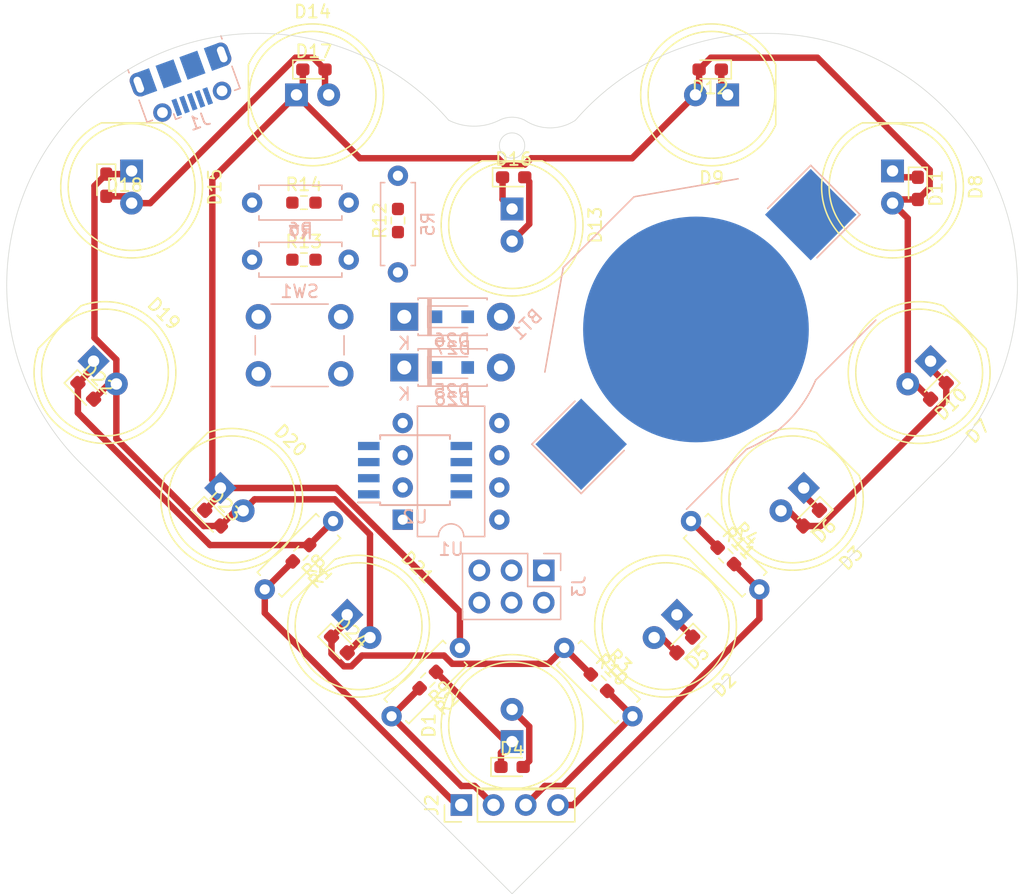
<source format=kicad_pcb>
(kicad_pcb (version 20171130) (host pcbnew 5.1.10-88a1d61d58~90~ubuntu20.04.1)

  (general
    (thickness 1.6)
    (drawings 8)
    (tracks 121)
    (zones 0)
    (modules 49)
    (nets 16)
  )

  (page A4)
  (layers
    (0 F.Cu signal)
    (31 B.Cu signal)
    (32 B.Adhes user)
    (33 F.Adhes user)
    (34 B.Paste user)
    (35 F.Paste user)
    (36 B.SilkS user)
    (37 F.SilkS user)
    (38 B.Mask user)
    (39 F.Mask user)
    (40 Dwgs.User user)
    (41 Cmts.User user)
    (42 Eco1.User user)
    (43 Eco2.User user)
    (44 Edge.Cuts user)
    (45 Margin user)
    (46 B.CrtYd user)
    (47 F.CrtYd user)
    (48 B.Fab user)
    (49 F.Fab user)
  )

  (setup
    (last_trace_width 0.508)
    (user_trace_width 0.254)
    (user_trace_width 0.508)
    (trace_clearance 0.2)
    (zone_clearance 0.508)
    (zone_45_only no)
    (trace_min 0.2)
    (via_size 0.8)
    (via_drill 0.4)
    (via_min_size 0.4)
    (via_min_drill 0.3)
    (uvia_size 0.3)
    (uvia_drill 0.1)
    (uvias_allowed no)
    (uvia_min_size 0.2)
    (uvia_min_drill 0.1)
    (edge_width 0.05)
    (segment_width 0.2)
    (pcb_text_width 0.3)
    (pcb_text_size 1.5 1.5)
    (mod_edge_width 0.12)
    (mod_text_size 1 1)
    (mod_text_width 0.15)
    (pad_size 1.524 1.524)
    (pad_drill 0.762)
    (pad_to_mask_clearance 0)
    (aux_axis_origin 0 0)
    (visible_elements FFFFFF7F)
    (pcbplotparams
      (layerselection 0x010fc_ffffffff)
      (usegerberextensions false)
      (usegerberattributes true)
      (usegerberadvancedattributes true)
      (creategerberjobfile true)
      (excludeedgelayer true)
      (linewidth 0.100000)
      (plotframeref false)
      (viasonmask false)
      (mode 1)
      (useauxorigin false)
      (hpglpennumber 1)
      (hpglpenspeed 20)
      (hpglpendiameter 15.000000)
      (psnegative false)
      (psa4output false)
      (plotreference true)
      (plotvalue true)
      (plotinvisibletext false)
      (padsonsilk false)
      (subtractmaskfromsilk false)
      (outputformat 1)
      (mirror false)
      (drillshape 1)
      (scaleselection 1)
      (outputdirectory ""))
  )

  (net 0 "")
  (net 1 GND)
  (net 2 VCC)
  (net 3 "Net-(D1-Pad2)")
  (net 4 "Net-(D1-Pad1)")
  (net 5 "Net-(D11-Pad1)")
  (net 6 "Net-(D12-Pad1)")
  (net 7 "Net-(D25-Pad1)")
  (net 8 "Net-(D26-Pad1)")
  (net 9 "Net-(J1-Pad6)")
  (net 10 "Net-(J2-Pad4)")
  (net 11 "Net-(J2-Pad3)")
  (net 12 "Net-(J2-Pad2)")
  (net 13 "Net-(J2-Pad1)")
  (net 14 "Net-(J3-Pad5)")
  (net 15 "Net-(R13-Pad1)")

  (net_class Default "This is the default net class."
    (clearance 0.2)
    (trace_width 0.25)
    (via_dia 0.8)
    (via_drill 0.4)
    (uvia_dia 0.3)
    (uvia_drill 0.1)
    (add_net GND)
    (add_net "Net-(D1-Pad1)")
    (add_net "Net-(D1-Pad2)")
    (add_net "Net-(D11-Pad1)")
    (add_net "Net-(D12-Pad1)")
    (add_net "Net-(D25-Pad1)")
    (add_net "Net-(D26-Pad1)")
    (add_net "Net-(J1-Pad6)")
    (add_net "Net-(J2-Pad1)")
    (add_net "Net-(J2-Pad2)")
    (add_net "Net-(J2-Pad3)")
    (add_net "Net-(J2-Pad4)")
    (add_net "Net-(J3-Pad5)")
    (add_net "Net-(R13-Pad1)")
    (add_net VCC)
  )

  (module Package_SO:SOIJ-8_5.3x5.3mm_P1.27mm (layer B.Cu) (tedit 5A02F2D3) (tstamp 61EADBE6)
    (at 182.35 94.595)
    (descr "8-Lead Plastic Small Outline (SM) - Medium, 5.28 mm Body [SOIC] (see Microchip Packaging Specification 00000049BS.pdf)")
    (tags "SOIC 1.27")
    (path /62768A22)
    (attr smd)
    (fp_text reference U2 (at 0 3.68) (layer B.SilkS)
      (effects (font (size 1 1) (thickness 0.15)) (justify mirror))
    )
    (fp_text value ATtiny85-20SU (at 0 -3.68) (layer B.Fab)
      (effects (font (size 1 1) (thickness 0.15)) (justify mirror))
    )
    (fp_text user %R (at 0 0) (layer B.Fab)
      (effects (font (size 1 1) (thickness 0.15)) (justify mirror))
    )
    (fp_line (start -1.65 2.65) (end 2.65 2.65) (layer B.Fab) (width 0.15))
    (fp_line (start 2.65 2.65) (end 2.65 -2.65) (layer B.Fab) (width 0.15))
    (fp_line (start 2.65 -2.65) (end -2.65 -2.65) (layer B.Fab) (width 0.15))
    (fp_line (start -2.65 -2.65) (end -2.65 1.65) (layer B.Fab) (width 0.15))
    (fp_line (start -2.65 1.65) (end -1.65 2.65) (layer B.Fab) (width 0.15))
    (fp_line (start -4.75 2.95) (end -4.75 -2.95) (layer B.CrtYd) (width 0.05))
    (fp_line (start 4.75 2.95) (end 4.75 -2.95) (layer B.CrtYd) (width 0.05))
    (fp_line (start -4.75 2.95) (end 4.75 2.95) (layer B.CrtYd) (width 0.05))
    (fp_line (start -4.75 -2.95) (end 4.75 -2.95) (layer B.CrtYd) (width 0.05))
    (fp_line (start -2.75 2.755) (end -2.75 2.55) (layer B.SilkS) (width 0.15))
    (fp_line (start 2.75 2.755) (end 2.75 2.455) (layer B.SilkS) (width 0.15))
    (fp_line (start 2.75 -2.755) (end 2.75 -2.455) (layer B.SilkS) (width 0.15))
    (fp_line (start -2.75 -2.755) (end -2.75 -2.455) (layer B.SilkS) (width 0.15))
    (fp_line (start -2.75 2.755) (end 2.75 2.755) (layer B.SilkS) (width 0.15))
    (fp_line (start -2.75 -2.755) (end 2.75 -2.755) (layer B.SilkS) (width 0.15))
    (fp_line (start -2.75 2.55) (end -4.5 2.55) (layer B.SilkS) (width 0.15))
    (pad 8 smd rect (at 3.65 1.905) (size 1.7 0.65) (layers B.Cu B.Paste B.Mask)
      (net 2 VCC))
    (pad 7 smd rect (at 3.65 0.635) (size 1.7 0.65) (layers B.Cu B.Paste B.Mask)
      (net 11 "Net-(J2-Pad3)"))
    (pad 6 smd rect (at 3.65 -0.635) (size 1.7 0.65) (layers B.Cu B.Paste B.Mask)
      (net 12 "Net-(J2-Pad2)"))
    (pad 5 smd rect (at 3.65 -1.905) (size 1.7 0.65) (layers B.Cu B.Paste B.Mask)
      (net 13 "Net-(J2-Pad1)"))
    (pad 4 smd rect (at -3.65 -1.905) (size 1.7 0.65) (layers B.Cu B.Paste B.Mask)
      (net 1 GND))
    (pad 3 smd rect (at -3.65 -0.635) (size 1.7 0.65) (layers B.Cu B.Paste B.Mask)
      (net 10 "Net-(J2-Pad4)"))
    (pad 2 smd rect (at -3.65 0.635) (size 1.7 0.65) (layers B.Cu B.Paste B.Mask)
      (net 15 "Net-(R13-Pad1)"))
    (pad 1 smd rect (at -3.65 1.905) (size 1.7 0.65) (layers B.Cu B.Paste B.Mask)
      (net 14 "Net-(J3-Pad5)"))
    (model ${KISYS3DMOD}/Package_SO.3dshapes/SOIJ-8_5.3x5.3mm_P1.27mm.wrl
      (at (xyz 0 0 0))
      (scale (xyz 1 1 1))
      (rotate (xyz 0 0 0))
    )
  )

  (module Resistor_SMD:R_0603_1608Metric_Pad0.98x0.95mm_HandSolder (layer F.Cu) (tedit 5F68FEEE) (tstamp 61EAC677)
    (at 173.5875 73.5)
    (descr "Resistor SMD 0603 (1608 Metric), square (rectangular) end terminal, IPC_7351 nominal with elongated pad for handsoldering. (Body size source: IPC-SM-782 page 72, https://www.pcb-3d.com/wordpress/wp-content/uploads/ipc-sm-782a_amendment_1_and_2.pdf), generated with kicad-footprint-generator")
    (tags "resistor handsolder")
    (path /6228CC6C)
    (attr smd)
    (fp_text reference R14 (at 0 -1.43) (layer F.SilkS)
      (effects (font (size 1 1) (thickness 0.15)))
    )
    (fp_text value 47 (at 0 1.43) (layer F.Fab)
      (effects (font (size 1 1) (thickness 0.15)))
    )
    (fp_text user %R (at 0 0) (layer F.Fab)
      (effects (font (size 0.4 0.4) (thickness 0.06)))
    )
    (fp_line (start -0.8 0.4125) (end -0.8 -0.4125) (layer F.Fab) (width 0.1))
    (fp_line (start -0.8 -0.4125) (end 0.8 -0.4125) (layer F.Fab) (width 0.1))
    (fp_line (start 0.8 -0.4125) (end 0.8 0.4125) (layer F.Fab) (width 0.1))
    (fp_line (start 0.8 0.4125) (end -0.8 0.4125) (layer F.Fab) (width 0.1))
    (fp_line (start -0.254724 -0.5225) (end 0.254724 -0.5225) (layer F.SilkS) (width 0.12))
    (fp_line (start -0.254724 0.5225) (end 0.254724 0.5225) (layer F.SilkS) (width 0.12))
    (fp_line (start -1.65 0.73) (end -1.65 -0.73) (layer F.CrtYd) (width 0.05))
    (fp_line (start -1.65 -0.73) (end 1.65 -0.73) (layer F.CrtYd) (width 0.05))
    (fp_line (start 1.65 -0.73) (end 1.65 0.73) (layer F.CrtYd) (width 0.05))
    (fp_line (start 1.65 0.73) (end -1.65 0.73) (layer F.CrtYd) (width 0.05))
    (pad 2 smd roundrect (at 0.9125 0) (size 0.975 0.95) (layers F.Cu F.Paste F.Mask) (roundrect_rratio 0.25)
      (net 10 "Net-(J2-Pad4)"))
    (pad 1 smd roundrect (at -0.9125 0) (size 0.975 0.95) (layers F.Cu F.Paste F.Mask) (roundrect_rratio 0.25)
      (net 8 "Net-(D26-Pad1)"))
    (model ${KISYS3DMOD}/Resistor_SMD.3dshapes/R_0603_1608Metric.wrl
      (at (xyz 0 0 0))
      (scale (xyz 1 1 1))
      (rotate (xyz 0 0 0))
    )
  )

  (module Resistor_SMD:R_0603_1608Metric_Pad0.98x0.95mm_HandSolder (layer F.Cu) (tedit 5F68FEEE) (tstamp 61EAC666)
    (at 173.5875 78)
    (descr "Resistor SMD 0603 (1608 Metric), square (rectangular) end terminal, IPC_7351 nominal with elongated pad for handsoldering. (Body size source: IPC-SM-782 page 72, https://www.pcb-3d.com/wordpress/wp-content/uploads/ipc-sm-782a_amendment_1_and_2.pdf), generated with kicad-footprint-generator")
    (tags "resistor handsolder")
    (path /6228C86B)
    (attr smd)
    (fp_text reference R13 (at 0 -1.43) (layer F.SilkS)
      (effects (font (size 1 1) (thickness 0.15)))
    )
    (fp_text value 47 (at 0 1.43) (layer F.Fab)
      (effects (font (size 1 1) (thickness 0.15)))
    )
    (fp_text user %R (at 0 0) (layer F.Fab)
      (effects (font (size 0.4 0.4) (thickness 0.06)))
    )
    (fp_line (start -0.8 0.4125) (end -0.8 -0.4125) (layer F.Fab) (width 0.1))
    (fp_line (start -0.8 -0.4125) (end 0.8 -0.4125) (layer F.Fab) (width 0.1))
    (fp_line (start 0.8 -0.4125) (end 0.8 0.4125) (layer F.Fab) (width 0.1))
    (fp_line (start 0.8 0.4125) (end -0.8 0.4125) (layer F.Fab) (width 0.1))
    (fp_line (start -0.254724 -0.5225) (end 0.254724 -0.5225) (layer F.SilkS) (width 0.12))
    (fp_line (start -0.254724 0.5225) (end 0.254724 0.5225) (layer F.SilkS) (width 0.12))
    (fp_line (start -1.65 0.73) (end -1.65 -0.73) (layer F.CrtYd) (width 0.05))
    (fp_line (start -1.65 -0.73) (end 1.65 -0.73) (layer F.CrtYd) (width 0.05))
    (fp_line (start 1.65 -0.73) (end 1.65 0.73) (layer F.CrtYd) (width 0.05))
    (fp_line (start 1.65 0.73) (end -1.65 0.73) (layer F.CrtYd) (width 0.05))
    (pad 2 smd roundrect (at 0.9125 0) (size 0.975 0.95) (layers F.Cu F.Paste F.Mask) (roundrect_rratio 0.25)
      (net 7 "Net-(D25-Pad1)"))
    (pad 1 smd roundrect (at -0.9125 0) (size 0.975 0.95) (layers F.Cu F.Paste F.Mask) (roundrect_rratio 0.25)
      (net 15 "Net-(R13-Pad1)"))
    (model ${KISYS3DMOD}/Resistor_SMD.3dshapes/R_0603_1608Metric.wrl
      (at (xyz 0 0 0))
      (scale (xyz 1 1 1))
      (rotate (xyz 0 0 0))
    )
  )

  (module Resistor_SMD:R_0603_1608Metric_Pad0.98x0.95mm_HandSolder (layer F.Cu) (tedit 5F68FEEE) (tstamp 61EAC655)
    (at 181 74.9125 90)
    (descr "Resistor SMD 0603 (1608 Metric), square (rectangular) end terminal, IPC_7351 nominal with elongated pad for handsoldering. (Body size source: IPC-SM-782 page 72, https://www.pcb-3d.com/wordpress/wp-content/uploads/ipc-sm-782a_amendment_1_and_2.pdf), generated with kicad-footprint-generator")
    (tags "resistor handsolder")
    (path /624D5A69)
    (attr smd)
    (fp_text reference R12 (at 0 -1.43 90) (layer F.SilkS)
      (effects (font (size 1 1) (thickness 0.15)))
    )
    (fp_text value 1K (at 0 1.43 90) (layer F.Fab)
      (effects (font (size 1 1) (thickness 0.15)))
    )
    (fp_text user %R (at 0 0 90) (layer F.Fab)
      (effects (font (size 0.4 0.4) (thickness 0.06)))
    )
    (fp_line (start -0.8 0.4125) (end -0.8 -0.4125) (layer F.Fab) (width 0.1))
    (fp_line (start -0.8 -0.4125) (end 0.8 -0.4125) (layer F.Fab) (width 0.1))
    (fp_line (start 0.8 -0.4125) (end 0.8 0.4125) (layer F.Fab) (width 0.1))
    (fp_line (start 0.8 0.4125) (end -0.8 0.4125) (layer F.Fab) (width 0.1))
    (fp_line (start -0.254724 -0.5225) (end 0.254724 -0.5225) (layer F.SilkS) (width 0.12))
    (fp_line (start -0.254724 0.5225) (end 0.254724 0.5225) (layer F.SilkS) (width 0.12))
    (fp_line (start -1.65 0.73) (end -1.65 -0.73) (layer F.CrtYd) (width 0.05))
    (fp_line (start -1.65 -0.73) (end 1.65 -0.73) (layer F.CrtYd) (width 0.05))
    (fp_line (start 1.65 -0.73) (end 1.65 0.73) (layer F.CrtYd) (width 0.05))
    (fp_line (start 1.65 0.73) (end -1.65 0.73) (layer F.CrtYd) (width 0.05))
    (pad 2 smd roundrect (at 0.9125 0 90) (size 0.975 0.95) (layers F.Cu F.Paste F.Mask) (roundrect_rratio 0.25)
      (net 2 VCC))
    (pad 1 smd roundrect (at -0.9125 0 90) (size 0.975 0.95) (layers F.Cu F.Paste F.Mask) (roundrect_rratio 0.25)
      (net 7 "Net-(D25-Pad1)"))
    (model ${KISYS3DMOD}/Resistor_SMD.3dshapes/R_0603_1608Metric.wrl
      (at (xyz 0 0 0))
      (scale (xyz 1 1 1))
      (rotate (xyz 0 0 0))
    )
  )

  (module Resistor_SMD:R_0603_1608Metric_Pad0.98x0.95mm_HandSolder (layer F.Cu) (tedit 5F68FEEE) (tstamp 61EAC9FF)
    (at 206.854765 101.354765 315)
    (descr "Resistor SMD 0603 (1608 Metric), square (rectangular) end terminal, IPC_7351 nominal with elongated pad for handsoldering. (Body size source: IPC-SM-782 page 72, https://www.pcb-3d.com/wordpress/wp-content/uploads/ipc-sm-782a_amendment_1_and_2.pdf), generated with kicad-footprint-generator")
    (tags "resistor handsolder")
    (path /61F3E212)
    (attr smd)
    (fp_text reference R11 (at 0 -1.43 135) (layer F.SilkS)
      (effects (font (size 1 1) (thickness 0.15)))
    )
    (fp_text value 100 (at 0 1.43 135) (layer F.Fab)
      (effects (font (size 1 1) (thickness 0.15)))
    )
    (fp_text user %R (at 0 0 135) (layer F.Fab)
      (effects (font (size 0.4 0.4) (thickness 0.06)))
    )
    (fp_line (start -0.8 0.4125) (end -0.8 -0.4125) (layer F.Fab) (width 0.1))
    (fp_line (start -0.8 -0.4125) (end 0.8 -0.4125) (layer F.Fab) (width 0.1))
    (fp_line (start 0.8 -0.4125) (end 0.8 0.4125) (layer F.Fab) (width 0.1))
    (fp_line (start 0.8 0.4125) (end -0.8 0.4125) (layer F.Fab) (width 0.1))
    (fp_line (start -0.254724 -0.5225) (end 0.254724 -0.5225) (layer F.SilkS) (width 0.12))
    (fp_line (start -0.254724 0.5225) (end 0.254724 0.5225) (layer F.SilkS) (width 0.12))
    (fp_line (start -1.65 0.73) (end -1.65 -0.73) (layer F.CrtYd) (width 0.05))
    (fp_line (start -1.65 -0.73) (end 1.65 -0.73) (layer F.CrtYd) (width 0.05))
    (fp_line (start 1.65 -0.73) (end 1.65 0.73) (layer F.CrtYd) (width 0.05))
    (fp_line (start 1.65 0.73) (end -1.65 0.73) (layer F.CrtYd) (width 0.05))
    (pad 2 smd roundrect (at 0.9125 0 315) (size 0.975 0.95) (layers F.Cu F.Paste F.Mask) (roundrect_rratio 0.25)
      (net 10 "Net-(J2-Pad4)"))
    (pad 1 smd roundrect (at -0.9125 0 315) (size 0.975 0.95) (layers F.Cu F.Paste F.Mask) (roundrect_rratio 0.25)
      (net 6 "Net-(D12-Pad1)"))
    (model ${KISYS3DMOD}/Resistor_SMD.3dshapes/R_0603_1608Metric.wrl
      (at (xyz 0 0 0))
      (scale (xyz 1 1 1))
      (rotate (xyz 0 0 0))
    )
  )

  (module Resistor_SMD:R_0603_1608Metric_Pad0.98x0.95mm_HandSolder (layer F.Cu) (tedit 5F68FEEE) (tstamp 61EAC974)
    (at 196.854765 111.354765 315)
    (descr "Resistor SMD 0603 (1608 Metric), square (rectangular) end terminal, IPC_7351 nominal with elongated pad for handsoldering. (Body size source: IPC-SM-782 page 72, https://www.pcb-3d.com/wordpress/wp-content/uploads/ipc-sm-782a_amendment_1_and_2.pdf), generated with kicad-footprint-generator")
    (tags "resistor handsolder")
    (path /61F48CDC)
    (attr smd)
    (fp_text reference R10 (at 0 -1.43 135) (layer F.SilkS)
      (effects (font (size 1 1) (thickness 0.15)))
    )
    (fp_text value 100 (at 0 1.43 135) (layer F.Fab)
      (effects (font (size 1 1) (thickness 0.15)))
    )
    (fp_text user %R (at 0 0 135) (layer F.Fab)
      (effects (font (size 0.4 0.4) (thickness 0.06)))
    )
    (fp_line (start -0.8 0.4125) (end -0.8 -0.4125) (layer F.Fab) (width 0.1))
    (fp_line (start -0.8 -0.4125) (end 0.8 -0.4125) (layer F.Fab) (width 0.1))
    (fp_line (start 0.8 -0.4125) (end 0.8 0.4125) (layer F.Fab) (width 0.1))
    (fp_line (start 0.8 0.4125) (end -0.8 0.4125) (layer F.Fab) (width 0.1))
    (fp_line (start -0.254724 -0.5225) (end 0.254724 -0.5225) (layer F.SilkS) (width 0.12))
    (fp_line (start -0.254724 0.5225) (end 0.254724 0.5225) (layer F.SilkS) (width 0.12))
    (fp_line (start -1.65 0.73) (end -1.65 -0.73) (layer F.CrtYd) (width 0.05))
    (fp_line (start -1.65 -0.73) (end 1.65 -0.73) (layer F.CrtYd) (width 0.05))
    (fp_line (start 1.65 -0.73) (end 1.65 0.73) (layer F.CrtYd) (width 0.05))
    (fp_line (start 1.65 0.73) (end -1.65 0.73) (layer F.CrtYd) (width 0.05))
    (pad 2 smd roundrect (at 0.9125 0 315) (size 0.975 0.95) (layers F.Cu F.Paste F.Mask) (roundrect_rratio 0.25)
      (net 11 "Net-(J2-Pad3)"))
    (pad 1 smd roundrect (at -0.9125 0 315) (size 0.975 0.95) (layers F.Cu F.Paste F.Mask) (roundrect_rratio 0.25)
      (net 5 "Net-(D11-Pad1)"))
    (model ${KISYS3DMOD}/Resistor_SMD.3dshapes/R_0603_1608Metric.wrl
      (at (xyz 0 0 0))
      (scale (xyz 1 1 1))
      (rotate (xyz 0 0 0))
    )
  )

  (module Resistor_SMD:R_0603_1608Metric_Pad0.98x0.95mm_HandSolder (layer F.Cu) (tedit 5F68FEEE) (tstamp 61EAC622)
    (at 183.354765 111.145235 225)
    (descr "Resistor SMD 0603 (1608 Metric), square (rectangular) end terminal, IPC_7351 nominal with elongated pad for handsoldering. (Body size source: IPC-SM-782 page 72, https://www.pcb-3d.com/wordpress/wp-content/uploads/ipc-sm-782a_amendment_1_and_2.pdf), generated with kicad-footprint-generator")
    (tags "resistor handsolder")
    (path /61F53194)
    (attr smd)
    (fp_text reference R9 (at 0 -1.43 45) (layer F.SilkS)
      (effects (font (size 1 1) (thickness 0.15)))
    )
    (fp_text value 100 (at 0 1.43 45) (layer F.Fab)
      (effects (font (size 1 1) (thickness 0.15)))
    )
    (fp_text user %R (at 0 0 45) (layer F.Fab)
      (effects (font (size 0.4 0.4) (thickness 0.06)))
    )
    (fp_line (start -0.8 0.4125) (end -0.8 -0.4125) (layer F.Fab) (width 0.1))
    (fp_line (start -0.8 -0.4125) (end 0.8 -0.4125) (layer F.Fab) (width 0.1))
    (fp_line (start 0.8 -0.4125) (end 0.8 0.4125) (layer F.Fab) (width 0.1))
    (fp_line (start 0.8 0.4125) (end -0.8 0.4125) (layer F.Fab) (width 0.1))
    (fp_line (start -0.254724 -0.5225) (end 0.254724 -0.5225) (layer F.SilkS) (width 0.12))
    (fp_line (start -0.254724 0.5225) (end 0.254724 0.5225) (layer F.SilkS) (width 0.12))
    (fp_line (start -1.65 0.73) (end -1.65 -0.73) (layer F.CrtYd) (width 0.05))
    (fp_line (start -1.65 -0.73) (end 1.65 -0.73) (layer F.CrtYd) (width 0.05))
    (fp_line (start 1.65 -0.73) (end 1.65 0.73) (layer F.CrtYd) (width 0.05))
    (fp_line (start 1.65 0.73) (end -1.65 0.73) (layer F.CrtYd) (width 0.05))
    (pad 2 smd roundrect (at 0.9125 0 225) (size 0.975 0.95) (layers F.Cu F.Paste F.Mask) (roundrect_rratio 0.25)
      (net 12 "Net-(J2-Pad2)"))
    (pad 1 smd roundrect (at -0.9125 0 225) (size 0.975 0.95) (layers F.Cu F.Paste F.Mask) (roundrect_rratio 0.25)
      (net 4 "Net-(D1-Pad1)"))
    (model ${KISYS3DMOD}/Resistor_SMD.3dshapes/R_0603_1608Metric.wrl
      (at (xyz 0 0 0))
      (scale (xyz 1 1 1))
      (rotate (xyz 0 0 0))
    )
  )

  (module Resistor_SMD:R_0603_1608Metric_Pad0.98x0.95mm_HandSolder (layer F.Cu) (tedit 5F68FEEE) (tstamp 61EAC611)
    (at 173.354765 101.145235 225)
    (descr "Resistor SMD 0603 (1608 Metric), square (rectangular) end terminal, IPC_7351 nominal with elongated pad for handsoldering. (Body size source: IPC-SM-782 page 72, https://www.pcb-3d.com/wordpress/wp-content/uploads/ipc-sm-782a_amendment_1_and_2.pdf), generated with kicad-footprint-generator")
    (tags "resistor handsolder")
    (path /61F54317)
    (attr smd)
    (fp_text reference R8 (at 0 -1.43 45) (layer F.SilkS)
      (effects (font (size 1 1) (thickness 0.15)))
    )
    (fp_text value 100 (at 0 1.43 45) (layer F.Fab)
      (effects (font (size 1 1) (thickness 0.15)))
    )
    (fp_text user %R (at 0 0 45) (layer F.Fab)
      (effects (font (size 0.4 0.4) (thickness 0.06)))
    )
    (fp_line (start -0.8 0.4125) (end -0.8 -0.4125) (layer F.Fab) (width 0.1))
    (fp_line (start -0.8 -0.4125) (end 0.8 -0.4125) (layer F.Fab) (width 0.1))
    (fp_line (start 0.8 -0.4125) (end 0.8 0.4125) (layer F.Fab) (width 0.1))
    (fp_line (start 0.8 0.4125) (end -0.8 0.4125) (layer F.Fab) (width 0.1))
    (fp_line (start -0.254724 -0.5225) (end 0.254724 -0.5225) (layer F.SilkS) (width 0.12))
    (fp_line (start -0.254724 0.5225) (end 0.254724 0.5225) (layer F.SilkS) (width 0.12))
    (fp_line (start -1.65 0.73) (end -1.65 -0.73) (layer F.CrtYd) (width 0.05))
    (fp_line (start -1.65 -0.73) (end 1.65 -0.73) (layer F.CrtYd) (width 0.05))
    (fp_line (start 1.65 -0.73) (end 1.65 0.73) (layer F.CrtYd) (width 0.05))
    (fp_line (start 1.65 0.73) (end -1.65 0.73) (layer F.CrtYd) (width 0.05))
    (pad 2 smd roundrect (at 0.9125 0 225) (size 0.975 0.95) (layers F.Cu F.Paste F.Mask) (roundrect_rratio 0.25)
      (net 13 "Net-(J2-Pad1)"))
    (pad 1 smd roundrect (at -0.9125 0 225) (size 0.975 0.95) (layers F.Cu F.Paste F.Mask) (roundrect_rratio 0.25)
      (net 3 "Net-(D1-Pad2)"))
    (model ${KISYS3DMOD}/Resistor_SMD.3dshapes/R_0603_1608Metric.wrl
      (at (xyz 0 0 0))
      (scale (xyz 1 1 1))
      (rotate (xyz 0 0 0))
    )
  )

  (module Connector_PinSocket_2.54mm:PinSocket_2x03_P2.54mm_Vertical (layer B.Cu) (tedit 5A19A425) (tstamp 61EAC4CC)
    (at 192.5 102.5 90)
    (descr "Through hole straight socket strip, 2x03, 2.54mm pitch, double cols (from Kicad 4.0.7), script generated")
    (tags "Through hole socket strip THT 2x03 2.54mm double row")
    (path /61ED563F)
    (fp_text reference J3 (at -1.27 2.77 90) (layer B.SilkS)
      (effects (font (size 1 1) (thickness 0.15)) (justify mirror))
    )
    (fp_text value AVR-ISP-6 (at -1.27 -7.85 90) (layer B.Fab)
      (effects (font (size 1 1) (thickness 0.15)) (justify mirror))
    )
    (fp_text user %R (at -1.27 -2.54 180) (layer B.Fab)
      (effects (font (size 1 1) (thickness 0.15)) (justify mirror))
    )
    (fp_line (start -3.81 1.27) (end 0.27 1.27) (layer B.Fab) (width 0.1))
    (fp_line (start 0.27 1.27) (end 1.27 0.27) (layer B.Fab) (width 0.1))
    (fp_line (start 1.27 0.27) (end 1.27 -6.35) (layer B.Fab) (width 0.1))
    (fp_line (start 1.27 -6.35) (end -3.81 -6.35) (layer B.Fab) (width 0.1))
    (fp_line (start -3.81 -6.35) (end -3.81 1.27) (layer B.Fab) (width 0.1))
    (fp_line (start -3.87 1.33) (end -1.27 1.33) (layer B.SilkS) (width 0.12))
    (fp_line (start -3.87 1.33) (end -3.87 -6.41) (layer B.SilkS) (width 0.12))
    (fp_line (start -3.87 -6.41) (end 1.33 -6.41) (layer B.SilkS) (width 0.12))
    (fp_line (start 1.33 -1.27) (end 1.33 -6.41) (layer B.SilkS) (width 0.12))
    (fp_line (start -1.27 -1.27) (end 1.33 -1.27) (layer B.SilkS) (width 0.12))
    (fp_line (start -1.27 1.33) (end -1.27 -1.27) (layer B.SilkS) (width 0.12))
    (fp_line (start 1.33 1.33) (end 1.33 0) (layer B.SilkS) (width 0.12))
    (fp_line (start 0 1.33) (end 1.33 1.33) (layer B.SilkS) (width 0.12))
    (fp_line (start -4.34 1.8) (end 1.76 1.8) (layer B.CrtYd) (width 0.05))
    (fp_line (start 1.76 1.8) (end 1.76 -6.85) (layer B.CrtYd) (width 0.05))
    (fp_line (start 1.76 -6.85) (end -4.34 -6.85) (layer B.CrtYd) (width 0.05))
    (fp_line (start -4.34 -6.85) (end -4.34 1.8) (layer B.CrtYd) (width 0.05))
    (pad 6 thru_hole oval (at -2.54 -5.08 90) (size 1.7 1.7) (drill 1) (layers *.Cu *.Mask)
      (net 1 GND))
    (pad 5 thru_hole oval (at 0 -5.08 90) (size 1.7 1.7) (drill 1) (layers *.Cu *.Mask)
      (net 14 "Net-(J3-Pad5)"))
    (pad 4 thru_hole oval (at -2.54 -2.54 90) (size 1.7 1.7) (drill 1) (layers *.Cu *.Mask)
      (net 13 "Net-(J2-Pad1)"))
    (pad 3 thru_hole oval (at 0 -2.54 90) (size 1.7 1.7) (drill 1) (layers *.Cu *.Mask)
      (net 11 "Net-(J2-Pad3)"))
    (pad 2 thru_hole oval (at -2.54 0 90) (size 1.7 1.7) (drill 1) (layers *.Cu *.Mask)
      (net 2 VCC))
    (pad 1 thru_hole rect (at 0 0 90) (size 1.7 1.7) (drill 1) (layers *.Cu *.Mask)
      (net 12 "Net-(J2-Pad2)"))
    (model ${KISYS3DMOD}/Connector_PinSocket_2.54mm.3dshapes/PinSocket_2x03_P2.54mm_Vertical.wrl
      (at (xyz 0 0 0))
      (scale (xyz 1 1 1))
      (rotate (xyz 0 0 0))
    )
  )

  (module Diode_THT:D_DO-41_SOD81_P7.62mm_Horizontal (layer B.Cu) (tedit 5AE50CD5) (tstamp 61EACBBA)
    (at 181.5 86.5)
    (descr "Diode, DO-41_SOD81 series, Axial, Horizontal, pin pitch=7.62mm, , length*diameter=5.2*2.7mm^2, , http://www.diodes.com/_files/packages/DO-41%20(Plastic).pdf")
    (tags "Diode DO-41_SOD81 series Axial Horizontal pin pitch 7.62mm  length 5.2mm diameter 2.7mm")
    (path /622DE24A)
    (fp_text reference D28 (at 3.81 2.47) (layer B.SilkS)
      (effects (font (size 1 1) (thickness 0.15)) (justify mirror))
    )
    (fp_text value 3V6 (at 3.81 -2.47) (layer B.Fab)
      (effects (font (size 1 1) (thickness 0.15)) (justify mirror))
    )
    (fp_text user K (at 0 2.1) (layer B.SilkS)
      (effects (font (size 1 1) (thickness 0.15)) (justify mirror))
    )
    (fp_text user K (at 0 2.1) (layer B.Fab)
      (effects (font (size 1 1) (thickness 0.15)) (justify mirror))
    )
    (fp_text user %R (at 4.2 0) (layer B.Fab)
      (effects (font (size 1 1) (thickness 0.15)) (justify mirror))
    )
    (fp_line (start 1.21 1.35) (end 1.21 -1.35) (layer B.Fab) (width 0.1))
    (fp_line (start 1.21 -1.35) (end 6.41 -1.35) (layer B.Fab) (width 0.1))
    (fp_line (start 6.41 -1.35) (end 6.41 1.35) (layer B.Fab) (width 0.1))
    (fp_line (start 6.41 1.35) (end 1.21 1.35) (layer B.Fab) (width 0.1))
    (fp_line (start 0 0) (end 1.21 0) (layer B.Fab) (width 0.1))
    (fp_line (start 7.62 0) (end 6.41 0) (layer B.Fab) (width 0.1))
    (fp_line (start 1.99 1.35) (end 1.99 -1.35) (layer B.Fab) (width 0.1))
    (fp_line (start 2.09 1.35) (end 2.09 -1.35) (layer B.Fab) (width 0.1))
    (fp_line (start 1.89 1.35) (end 1.89 -1.35) (layer B.Fab) (width 0.1))
    (fp_line (start 1.09 1.34) (end 1.09 1.47) (layer B.SilkS) (width 0.12))
    (fp_line (start 1.09 1.47) (end 6.53 1.47) (layer B.SilkS) (width 0.12))
    (fp_line (start 6.53 1.47) (end 6.53 1.34) (layer B.SilkS) (width 0.12))
    (fp_line (start 1.09 -1.34) (end 1.09 -1.47) (layer B.SilkS) (width 0.12))
    (fp_line (start 1.09 -1.47) (end 6.53 -1.47) (layer B.SilkS) (width 0.12))
    (fp_line (start 6.53 -1.47) (end 6.53 -1.34) (layer B.SilkS) (width 0.12))
    (fp_line (start 1.99 1.47) (end 1.99 -1.47) (layer B.SilkS) (width 0.12))
    (fp_line (start 2.11 1.47) (end 2.11 -1.47) (layer B.SilkS) (width 0.12))
    (fp_line (start 1.87 1.47) (end 1.87 -1.47) (layer B.SilkS) (width 0.12))
    (fp_line (start -1.35 1.6) (end -1.35 -1.6) (layer B.CrtYd) (width 0.05))
    (fp_line (start -1.35 -1.6) (end 8.97 -1.6) (layer B.CrtYd) (width 0.05))
    (fp_line (start 8.97 -1.6) (end 8.97 1.6) (layer B.CrtYd) (width 0.05))
    (fp_line (start 8.97 1.6) (end -1.35 1.6) (layer B.CrtYd) (width 0.05))
    (pad 2 thru_hole oval (at 7.62 0) (size 2.2 2.2) (drill 1.1) (layers *.Cu *.Mask)
      (net 1 GND))
    (pad 1 thru_hole rect (at 0 0) (size 2.2 2.2) (drill 1.1) (layers *.Cu *.Mask)
      (net 8 "Net-(D26-Pad1)"))
    (model ${KISYS3DMOD}/Diode_THT.3dshapes/D_DO-41_SOD81_P7.62mm_Horizontal.wrl
      (at (xyz 0 0 0))
      (scale (xyz 1 1 1))
      (rotate (xyz 0 0 0))
    )
  )

  (module Diode_THT:D_DO-41_SOD81_P7.62mm_Horizontal (layer B.Cu) (tedit 5AE50CD5) (tstamp 61EAC413)
    (at 181.5 82.5)
    (descr "Diode, DO-41_SOD81 series, Axial, Horizontal, pin pitch=7.62mm, , length*diameter=5.2*2.7mm^2, , http://www.diodes.com/_files/packages/DO-41%20(Plastic).pdf")
    (tags "Diode DO-41_SOD81 series Axial Horizontal pin pitch 7.62mm  length 5.2mm diameter 2.7mm")
    (path /622DDD9E)
    (fp_text reference D27 (at 3.81 2.47) (layer B.SilkS)
      (effects (font (size 1 1) (thickness 0.15)) (justify mirror))
    )
    (fp_text value 3V6 (at 3.81 -2.47) (layer B.Fab)
      (effects (font (size 1 1) (thickness 0.15)) (justify mirror))
    )
    (fp_text user K (at 0 2.1) (layer B.SilkS)
      (effects (font (size 1 1) (thickness 0.15)) (justify mirror))
    )
    (fp_text user K (at 0 2.1) (layer B.Fab)
      (effects (font (size 1 1) (thickness 0.15)) (justify mirror))
    )
    (fp_text user %R (at 4.2 0) (layer B.Fab)
      (effects (font (size 1 1) (thickness 0.15)) (justify mirror))
    )
    (fp_line (start 1.21 1.35) (end 1.21 -1.35) (layer B.Fab) (width 0.1))
    (fp_line (start 1.21 -1.35) (end 6.41 -1.35) (layer B.Fab) (width 0.1))
    (fp_line (start 6.41 -1.35) (end 6.41 1.35) (layer B.Fab) (width 0.1))
    (fp_line (start 6.41 1.35) (end 1.21 1.35) (layer B.Fab) (width 0.1))
    (fp_line (start 0 0) (end 1.21 0) (layer B.Fab) (width 0.1))
    (fp_line (start 7.62 0) (end 6.41 0) (layer B.Fab) (width 0.1))
    (fp_line (start 1.99 1.35) (end 1.99 -1.35) (layer B.Fab) (width 0.1))
    (fp_line (start 2.09 1.35) (end 2.09 -1.35) (layer B.Fab) (width 0.1))
    (fp_line (start 1.89 1.35) (end 1.89 -1.35) (layer B.Fab) (width 0.1))
    (fp_line (start 1.09 1.34) (end 1.09 1.47) (layer B.SilkS) (width 0.12))
    (fp_line (start 1.09 1.47) (end 6.53 1.47) (layer B.SilkS) (width 0.12))
    (fp_line (start 6.53 1.47) (end 6.53 1.34) (layer B.SilkS) (width 0.12))
    (fp_line (start 1.09 -1.34) (end 1.09 -1.47) (layer B.SilkS) (width 0.12))
    (fp_line (start 1.09 -1.47) (end 6.53 -1.47) (layer B.SilkS) (width 0.12))
    (fp_line (start 6.53 -1.47) (end 6.53 -1.34) (layer B.SilkS) (width 0.12))
    (fp_line (start 1.99 1.47) (end 1.99 -1.47) (layer B.SilkS) (width 0.12))
    (fp_line (start 2.11 1.47) (end 2.11 -1.47) (layer B.SilkS) (width 0.12))
    (fp_line (start 1.87 1.47) (end 1.87 -1.47) (layer B.SilkS) (width 0.12))
    (fp_line (start -1.35 1.6) (end -1.35 -1.6) (layer B.CrtYd) (width 0.05))
    (fp_line (start -1.35 -1.6) (end 8.97 -1.6) (layer B.CrtYd) (width 0.05))
    (fp_line (start 8.97 -1.6) (end 8.97 1.6) (layer B.CrtYd) (width 0.05))
    (fp_line (start 8.97 1.6) (end -1.35 1.6) (layer B.CrtYd) (width 0.05))
    (pad 2 thru_hole oval (at 7.62 0) (size 2.2 2.2) (drill 1.1) (layers *.Cu *.Mask)
      (net 1 GND))
    (pad 1 thru_hole rect (at 0 0) (size 2.2 2.2) (drill 1.1) (layers *.Cu *.Mask)
      (net 7 "Net-(D25-Pad1)"))
    (model ${KISYS3DMOD}/Diode_THT.3dshapes/D_DO-41_SOD81_P7.62mm_Horizontal.wrl
      (at (xyz 0 0 0))
      (scale (xyz 1 1 1))
      (rotate (xyz 0 0 0))
    )
  )

  (module Package_DIP:DIP-8_W7.62mm (layer B.Cu) (tedit 5A02E8C5) (tstamp 61EA54BB)
    (at 181.38 98.5)
    (descr "8-lead though-hole mounted DIP package, row spacing 7.62 mm (300 mils)")
    (tags "THT DIP DIL PDIP 2.54mm 7.62mm 300mil")
    (path /61F64AA0)
    (fp_text reference U1 (at 3.81 2.33) (layer B.SilkS)
      (effects (font (size 1 1) (thickness 0.15)) (justify mirror))
    )
    (fp_text value ATtiny85-20PU (at 3.81 -9.95) (layer B.Fab)
      (effects (font (size 1 1) (thickness 0.15)) (justify mirror))
    )
    (fp_line (start 8.7 1.55) (end -1.1 1.55) (layer B.CrtYd) (width 0.05))
    (fp_line (start 8.7 -9.15) (end 8.7 1.55) (layer B.CrtYd) (width 0.05))
    (fp_line (start -1.1 -9.15) (end 8.7 -9.15) (layer B.CrtYd) (width 0.05))
    (fp_line (start -1.1 1.55) (end -1.1 -9.15) (layer B.CrtYd) (width 0.05))
    (fp_line (start 6.46 1.33) (end 4.81 1.33) (layer B.SilkS) (width 0.12))
    (fp_line (start 6.46 -8.95) (end 6.46 1.33) (layer B.SilkS) (width 0.12))
    (fp_line (start 1.16 -8.95) (end 6.46 -8.95) (layer B.SilkS) (width 0.12))
    (fp_line (start 1.16 1.33) (end 1.16 -8.95) (layer B.SilkS) (width 0.12))
    (fp_line (start 2.81 1.33) (end 1.16 1.33) (layer B.SilkS) (width 0.12))
    (fp_line (start 0.635 0.27) (end 1.635 1.27) (layer B.Fab) (width 0.1))
    (fp_line (start 0.635 -8.89) (end 0.635 0.27) (layer B.Fab) (width 0.1))
    (fp_line (start 6.985 -8.89) (end 0.635 -8.89) (layer B.Fab) (width 0.1))
    (fp_line (start 6.985 1.27) (end 6.985 -8.89) (layer B.Fab) (width 0.1))
    (fp_line (start 1.635 1.27) (end 6.985 1.27) (layer B.Fab) (width 0.1))
    (fp_text user %R (at 3.81 -3.81) (layer B.Fab)
      (effects (font (size 1 1) (thickness 0.15)) (justify mirror))
    )
    (fp_arc (start 3.81 1.33) (end 2.81 1.33) (angle 180) (layer B.SilkS) (width 0.12))
    (pad 8 thru_hole oval (at 7.62 0) (size 1.6 1.6) (drill 0.8) (layers *.Cu *.Mask)
      (net 2 VCC))
    (pad 4 thru_hole oval (at 0 -7.62) (size 1.6 1.6) (drill 0.8) (layers *.Cu *.Mask)
      (net 1 GND))
    (pad 7 thru_hole oval (at 7.62 -2.54) (size 1.6 1.6) (drill 0.8) (layers *.Cu *.Mask)
      (net 11 "Net-(J2-Pad3)"))
    (pad 3 thru_hole oval (at 0 -5.08) (size 1.6 1.6) (drill 0.8) (layers *.Cu *.Mask)
      (net 10 "Net-(J2-Pad4)"))
    (pad 6 thru_hole oval (at 7.62 -5.08) (size 1.6 1.6) (drill 0.8) (layers *.Cu *.Mask)
      (net 12 "Net-(J2-Pad2)"))
    (pad 2 thru_hole oval (at 0 -2.54) (size 1.6 1.6) (drill 0.8) (layers *.Cu *.Mask)
      (net 15 "Net-(R13-Pad1)"))
    (pad 5 thru_hole oval (at 7.62 -7.62) (size 1.6 1.6) (drill 0.8) (layers *.Cu *.Mask)
      (net 13 "Net-(J2-Pad1)"))
    (pad 1 thru_hole rect (at 0 0) (size 1.6 1.6) (drill 0.8) (layers *.Cu *.Mask)
      (net 14 "Net-(J3-Pad5)"))
    (model ${KISYS3DMOD}/Package_DIP.3dshapes/DIP-8_W7.62mm.wrl
      (at (xyz 0 0 0))
      (scale (xyz 1 1 1))
      (rotate (xyz 0 0 0))
    )
  )

  (module Button_Switch_THT:SW_PUSH_6mm (layer B.Cu) (tedit 5A02FE31) (tstamp 61EA597D)
    (at 176.5 82.5 180)
    (descr https://www.omron.com/ecb/products/pdf/en-b3f.pdf)
    (tags "tact sw push 6mm")
    (path /623FF556)
    (fp_text reference SW1 (at 3.25 2) (layer B.SilkS)
      (effects (font (size 1 1) (thickness 0.15)) (justify mirror))
    )
    (fp_text value SW_Push (at 3.75 -6.7) (layer B.Fab)
      (effects (font (size 1 1) (thickness 0.15)) (justify mirror))
    )
    (fp_circle (center 3.25 -2.25) (end 1.25 -2.5) (layer B.Fab) (width 0.1))
    (fp_line (start 6.75 -3) (end 6.75 -1.5) (layer B.SilkS) (width 0.12))
    (fp_line (start 5.5 1) (end 1 1) (layer B.SilkS) (width 0.12))
    (fp_line (start -0.25 -1.5) (end -0.25 -3) (layer B.SilkS) (width 0.12))
    (fp_line (start 1 -5.5) (end 5.5 -5.5) (layer B.SilkS) (width 0.12))
    (fp_line (start 8 1.25) (end 8 -5.75) (layer B.CrtYd) (width 0.05))
    (fp_line (start 7.75 -6) (end -1.25 -6) (layer B.CrtYd) (width 0.05))
    (fp_line (start -1.5 -5.75) (end -1.5 1.25) (layer B.CrtYd) (width 0.05))
    (fp_line (start -1.25 1.5) (end 7.75 1.5) (layer B.CrtYd) (width 0.05))
    (fp_line (start -1.5 -6) (end -1.25 -6) (layer B.CrtYd) (width 0.05))
    (fp_line (start -1.5 -5.75) (end -1.5 -6) (layer B.CrtYd) (width 0.05))
    (fp_line (start -1.5 1.5) (end -1.25 1.5) (layer B.CrtYd) (width 0.05))
    (fp_line (start -1.5 1.25) (end -1.5 1.5) (layer B.CrtYd) (width 0.05))
    (fp_line (start 8 1.5) (end 8 1.25) (layer B.CrtYd) (width 0.05))
    (fp_line (start 7.75 1.5) (end 8 1.5) (layer B.CrtYd) (width 0.05))
    (fp_line (start 8 -6) (end 8 -5.75) (layer B.CrtYd) (width 0.05))
    (fp_line (start 7.75 -6) (end 8 -6) (layer B.CrtYd) (width 0.05))
    (fp_line (start 0.25 0.75) (end 3.25 0.75) (layer B.Fab) (width 0.1))
    (fp_line (start 0.25 -5.25) (end 0.25 0.75) (layer B.Fab) (width 0.1))
    (fp_line (start 6.25 -5.25) (end 0.25 -5.25) (layer B.Fab) (width 0.1))
    (fp_line (start 6.25 0.75) (end 6.25 -5.25) (layer B.Fab) (width 0.1))
    (fp_line (start 3.25 0.75) (end 6.25 0.75) (layer B.Fab) (width 0.1))
    (fp_text user %R (at 3.25 -2.25) (layer B.Fab)
      (effects (font (size 1 1) (thickness 0.15)) (justify mirror))
    )
    (pad 1 thru_hole circle (at 6.5 0 90) (size 2 2) (drill 1.1) (layers *.Cu *.Mask)
      (net 1 GND))
    (pad 2 thru_hole circle (at 6.5 -4.5 90) (size 2 2) (drill 1.1) (layers *.Cu *.Mask)
      (net 14 "Net-(J3-Pad5)"))
    (pad 1 thru_hole circle (at 0 0 90) (size 2 2) (drill 1.1) (layers *.Cu *.Mask)
      (net 1 GND))
    (pad 2 thru_hole circle (at 0 -4.5 90) (size 2 2) (drill 1.1) (layers *.Cu *.Mask)
      (net 14 "Net-(J3-Pad5)"))
    (model ${KISYS3DMOD}/Button_Switch_THT.3dshapes/SW_PUSH_6mm.wrl
      (at (xyz 0 0 0))
      (scale (xyz 1 1 1))
      (rotate (xyz 0 0 0))
    )
  )

  (module Resistor_THT:R_Axial_DIN0207_L6.3mm_D2.5mm_P7.62mm_Horizontal (layer B.Cu) (tedit 5AE5139B) (tstamp 61EA44E9)
    (at 169.5 73.5)
    (descr "Resistor, Axial_DIN0207 series, Axial, Horizontal, pin pitch=7.62mm, 0.25W = 1/4W, length*diameter=6.3*2.5mm^2, http://cdn-reichelt.de/documents/datenblatt/B400/1_4W%23YAG.pdf")
    (tags "Resistor Axial_DIN0207 series Axial Horizontal pin pitch 7.62mm 0.25W = 1/4W length 6.3mm diameter 2.5mm")
    (path /61FC6ADF)
    (fp_text reference R7 (at 3.81 2.37) (layer B.SilkS)
      (effects (font (size 1 1) (thickness 0.15)) (justify mirror))
    )
    (fp_text value 47 (at 3.81 -2.37) (layer B.Fab)
      (effects (font (size 1 1) (thickness 0.15)) (justify mirror))
    )
    (fp_line (start 8.67 1.5) (end -1.05 1.5) (layer B.CrtYd) (width 0.05))
    (fp_line (start 8.67 -1.5) (end 8.67 1.5) (layer B.CrtYd) (width 0.05))
    (fp_line (start -1.05 -1.5) (end 8.67 -1.5) (layer B.CrtYd) (width 0.05))
    (fp_line (start -1.05 1.5) (end -1.05 -1.5) (layer B.CrtYd) (width 0.05))
    (fp_line (start 7.08 -1.37) (end 7.08 -1.04) (layer B.SilkS) (width 0.12))
    (fp_line (start 0.54 -1.37) (end 7.08 -1.37) (layer B.SilkS) (width 0.12))
    (fp_line (start 0.54 -1.04) (end 0.54 -1.37) (layer B.SilkS) (width 0.12))
    (fp_line (start 7.08 1.37) (end 7.08 1.04) (layer B.SilkS) (width 0.12))
    (fp_line (start 0.54 1.37) (end 7.08 1.37) (layer B.SilkS) (width 0.12))
    (fp_line (start 0.54 1.04) (end 0.54 1.37) (layer B.SilkS) (width 0.12))
    (fp_line (start 7.62 0) (end 6.96 0) (layer B.Fab) (width 0.1))
    (fp_line (start 0 0) (end 0.66 0) (layer B.Fab) (width 0.1))
    (fp_line (start 6.96 1.25) (end 0.66 1.25) (layer B.Fab) (width 0.1))
    (fp_line (start 6.96 -1.25) (end 6.96 1.25) (layer B.Fab) (width 0.1))
    (fp_line (start 0.66 -1.25) (end 6.96 -1.25) (layer B.Fab) (width 0.1))
    (fp_line (start 0.66 1.25) (end 0.66 -1.25) (layer B.Fab) (width 0.1))
    (fp_text user %R (at 3.81 0) (layer B.Fab)
      (effects (font (size 1 1) (thickness 0.15)) (justify mirror))
    )
    (pad 2 thru_hole oval (at 7.62 0) (size 1.6 1.6) (drill 0.8) (layers *.Cu *.Mask)
      (net 10 "Net-(J2-Pad4)"))
    (pad 1 thru_hole circle (at 0 0) (size 1.6 1.6) (drill 0.8) (layers *.Cu *.Mask)
      (net 8 "Net-(D26-Pad1)"))
    (model ${KISYS3DMOD}/Resistor_THT.3dshapes/R_Axial_DIN0207_L6.3mm_D2.5mm_P7.62mm_Horizontal.wrl
      (at (xyz 0 0 0))
      (scale (xyz 1 1 1))
      (rotate (xyz 0 0 0))
    )
  )

  (module Resistor_THT:R_Axial_DIN0207_L6.3mm_D2.5mm_P7.62mm_Horizontal (layer B.Cu) (tedit 5AE5139B) (tstamp 61EA55E7)
    (at 177.12 78 180)
    (descr "Resistor, Axial_DIN0207 series, Axial, Horizontal, pin pitch=7.62mm, 0.25W = 1/4W, length*diameter=6.3*2.5mm^2, http://cdn-reichelt.de/documents/datenblatt/B400/1_4W%23YAG.pdf")
    (tags "Resistor Axial_DIN0207 series Axial Horizontal pin pitch 7.62mm 0.25W = 1/4W length 6.3mm diameter 2.5mm")
    (path /61FC5A6F)
    (fp_text reference R6 (at 3.81 2.37) (layer B.SilkS)
      (effects (font (size 1 1) (thickness 0.15)) (justify mirror))
    )
    (fp_text value 47 (at 3.81 -2.37) (layer B.Fab)
      (effects (font (size 1 1) (thickness 0.15)) (justify mirror))
    )
    (fp_line (start 8.67 1.5) (end -1.05 1.5) (layer B.CrtYd) (width 0.05))
    (fp_line (start 8.67 -1.5) (end 8.67 1.5) (layer B.CrtYd) (width 0.05))
    (fp_line (start -1.05 -1.5) (end 8.67 -1.5) (layer B.CrtYd) (width 0.05))
    (fp_line (start -1.05 1.5) (end -1.05 -1.5) (layer B.CrtYd) (width 0.05))
    (fp_line (start 7.08 -1.37) (end 7.08 -1.04) (layer B.SilkS) (width 0.12))
    (fp_line (start 0.54 -1.37) (end 7.08 -1.37) (layer B.SilkS) (width 0.12))
    (fp_line (start 0.54 -1.04) (end 0.54 -1.37) (layer B.SilkS) (width 0.12))
    (fp_line (start 7.08 1.37) (end 7.08 1.04) (layer B.SilkS) (width 0.12))
    (fp_line (start 0.54 1.37) (end 7.08 1.37) (layer B.SilkS) (width 0.12))
    (fp_line (start 0.54 1.04) (end 0.54 1.37) (layer B.SilkS) (width 0.12))
    (fp_line (start 7.62 0) (end 6.96 0) (layer B.Fab) (width 0.1))
    (fp_line (start 0 0) (end 0.66 0) (layer B.Fab) (width 0.1))
    (fp_line (start 6.96 1.25) (end 0.66 1.25) (layer B.Fab) (width 0.1))
    (fp_line (start 6.96 -1.25) (end 6.96 1.25) (layer B.Fab) (width 0.1))
    (fp_line (start 0.66 -1.25) (end 6.96 -1.25) (layer B.Fab) (width 0.1))
    (fp_line (start 0.66 1.25) (end 0.66 -1.25) (layer B.Fab) (width 0.1))
    (fp_text user %R (at 3.81 0) (layer B.Fab)
      (effects (font (size 1 1) (thickness 0.15)) (justify mirror))
    )
    (pad 2 thru_hole oval (at 7.62 0 180) (size 1.6 1.6) (drill 0.8) (layers *.Cu *.Mask)
      (net 7 "Net-(D25-Pad1)"))
    (pad 1 thru_hole circle (at 0 0 180) (size 1.6 1.6) (drill 0.8) (layers *.Cu *.Mask)
      (net 15 "Net-(R13-Pad1)"))
    (model ${KISYS3DMOD}/Resistor_THT.3dshapes/R_Axial_DIN0207_L6.3mm_D2.5mm_P7.62mm_Horizontal.wrl
      (at (xyz 0 0 0))
      (scale (xyz 1 1 1))
      (rotate (xyz 0 0 0))
    )
  )

  (module Resistor_THT:R_Axial_DIN0207_L6.3mm_D2.5mm_P7.62mm_Horizontal (layer B.Cu) (tedit 5AE5139B) (tstamp 61EB2E6E)
    (at 181 79 90)
    (descr "Resistor, Axial_DIN0207 series, Axial, Horizontal, pin pitch=7.62mm, 0.25W = 1/4W, length*diameter=6.3*2.5mm^2, http://cdn-reichelt.de/documents/datenblatt/B400/1_4W%23YAG.pdf")
    (tags "Resistor Axial_DIN0207 series Axial Horizontal pin pitch 7.62mm 0.25W = 1/4W length 6.3mm diameter 2.5mm")
    (path /61FFDC87)
    (fp_text reference R5 (at 3.81 2.37 90) (layer B.SilkS)
      (effects (font (size 1 1) (thickness 0.15)) (justify mirror))
    )
    (fp_text value 1K (at 3.81 -2.37 90) (layer B.Fab)
      (effects (font (size 1 1) (thickness 0.15)) (justify mirror))
    )
    (fp_line (start 8.67 1.5) (end -1.05 1.5) (layer B.CrtYd) (width 0.05))
    (fp_line (start 8.67 -1.5) (end 8.67 1.5) (layer B.CrtYd) (width 0.05))
    (fp_line (start -1.05 -1.5) (end 8.67 -1.5) (layer B.CrtYd) (width 0.05))
    (fp_line (start -1.05 1.5) (end -1.05 -1.5) (layer B.CrtYd) (width 0.05))
    (fp_line (start 7.08 -1.37) (end 7.08 -1.04) (layer B.SilkS) (width 0.12))
    (fp_line (start 0.54 -1.37) (end 7.08 -1.37) (layer B.SilkS) (width 0.12))
    (fp_line (start 0.54 -1.04) (end 0.54 -1.37) (layer B.SilkS) (width 0.12))
    (fp_line (start 7.08 1.37) (end 7.08 1.04) (layer B.SilkS) (width 0.12))
    (fp_line (start 0.54 1.37) (end 7.08 1.37) (layer B.SilkS) (width 0.12))
    (fp_line (start 0.54 1.04) (end 0.54 1.37) (layer B.SilkS) (width 0.12))
    (fp_line (start 7.62 0) (end 6.96 0) (layer B.Fab) (width 0.1))
    (fp_line (start 0 0) (end 0.66 0) (layer B.Fab) (width 0.1))
    (fp_line (start 6.96 1.25) (end 0.66 1.25) (layer B.Fab) (width 0.1))
    (fp_line (start 6.96 -1.25) (end 6.96 1.25) (layer B.Fab) (width 0.1))
    (fp_line (start 0.66 -1.25) (end 6.96 -1.25) (layer B.Fab) (width 0.1))
    (fp_line (start 0.66 1.25) (end 0.66 -1.25) (layer B.Fab) (width 0.1))
    (fp_text user %R (at 3.81 0 90) (layer B.Fab)
      (effects (font (size 1 1) (thickness 0.15)) (justify mirror))
    )
    (pad 2 thru_hole oval (at 7.62 0 90) (size 1.6 1.6) (drill 0.8) (layers *.Cu *.Mask)
      (net 2 VCC))
    (pad 1 thru_hole circle (at 0 0 90) (size 1.6 1.6) (drill 0.8) (layers *.Cu *.Mask)
      (net 7 "Net-(D25-Pad1)"))
    (model ${KISYS3DMOD}/Resistor_THT.3dshapes/R_Axial_DIN0207_L6.3mm_D2.5mm_P7.62mm_Horizontal.wrl
      (at (xyz 0 0 0))
      (scale (xyz 1 1 1))
      (rotate (xyz 0 0 0))
    )
  )

  (module Resistor_THT:R_Axial_DIN0207_L6.3mm_D2.5mm_P7.62mm_Horizontal (layer F.Cu) (tedit 5AE5139B) (tstamp 61EA4843)
    (at 204.111846 98.611846 315)
    (descr "Resistor, Axial_DIN0207 series, Axial, Horizontal, pin pitch=7.62mm, 0.25W = 1/4W, length*diameter=6.3*2.5mm^2, http://cdn-reichelt.de/documents/datenblatt/B400/1_4W%23YAG.pdf")
    (tags "Resistor Axial_DIN0207 series Axial Horizontal pin pitch 7.62mm 0.25W = 1/4W length 6.3mm diameter 2.5mm")
    (path /61EA3F2B)
    (fp_text reference R4 (at 3.81 -2.37 135) (layer F.SilkS)
      (effects (font (size 1 1) (thickness 0.15)))
    )
    (fp_text value 100 (at 3.81 2.37 135) (layer F.Fab)
      (effects (font (size 1 1) (thickness 0.15)))
    )
    (fp_line (start 8.67 -1.5) (end -1.05 -1.5) (layer F.CrtYd) (width 0.05))
    (fp_line (start 8.67 1.5) (end 8.67 -1.5) (layer F.CrtYd) (width 0.05))
    (fp_line (start -1.05 1.5) (end 8.67 1.5) (layer F.CrtYd) (width 0.05))
    (fp_line (start -1.05 -1.5) (end -1.05 1.5) (layer F.CrtYd) (width 0.05))
    (fp_line (start 7.08 1.37) (end 7.08 1.04) (layer F.SilkS) (width 0.12))
    (fp_line (start 0.54 1.37) (end 7.08 1.37) (layer F.SilkS) (width 0.12))
    (fp_line (start 0.54 1.04) (end 0.54 1.37) (layer F.SilkS) (width 0.12))
    (fp_line (start 7.08 -1.37) (end 7.08 -1.04) (layer F.SilkS) (width 0.12))
    (fp_line (start 0.54 -1.37) (end 7.08 -1.37) (layer F.SilkS) (width 0.12))
    (fp_line (start 0.54 -1.04) (end 0.54 -1.37) (layer F.SilkS) (width 0.12))
    (fp_line (start 7.62 0) (end 6.96 0) (layer F.Fab) (width 0.1))
    (fp_line (start 0 0) (end 0.66 0) (layer F.Fab) (width 0.1))
    (fp_line (start 6.96 -1.25) (end 0.66 -1.25) (layer F.Fab) (width 0.1))
    (fp_line (start 6.96 1.25) (end 6.96 -1.25) (layer F.Fab) (width 0.1))
    (fp_line (start 0.66 1.25) (end 6.96 1.25) (layer F.Fab) (width 0.1))
    (fp_line (start 0.66 -1.25) (end 0.66 1.25) (layer F.Fab) (width 0.1))
    (fp_text user %R (at 3.81 0 135) (layer F.Fab)
      (effects (font (size 1 1) (thickness 0.15)))
    )
    (pad 2 thru_hole oval (at 7.62 0 315) (size 1.6 1.6) (drill 0.8) (layers *.Cu *.Mask)
      (net 10 "Net-(J2-Pad4)"))
    (pad 1 thru_hole circle (at 0 0 315) (size 1.6 1.6) (drill 0.8) (layers *.Cu *.Mask)
      (net 6 "Net-(D12-Pad1)"))
    (model ${KISYS3DMOD}/Resistor_THT.3dshapes/R_Axial_DIN0207_L6.3mm_D2.5mm_P7.62mm_Horizontal.wrl
      (at (xyz 0 0 0))
      (scale (xyz 1 1 1))
      (rotate (xyz 0 0 0))
    )
  )

  (module Resistor_THT:R_Axial_DIN0207_L6.3mm_D2.5mm_P7.62mm_Horizontal (layer F.Cu) (tedit 5AE5139B) (tstamp 61EA448D)
    (at 194.111846 108.611846 315)
    (descr "Resistor, Axial_DIN0207 series, Axial, Horizontal, pin pitch=7.62mm, 0.25W = 1/4W, length*diameter=6.3*2.5mm^2, http://cdn-reichelt.de/documents/datenblatt/B400/1_4W%23YAG.pdf")
    (tags "Resistor Axial_DIN0207 series Axial Horizontal pin pitch 7.62mm 0.25W = 1/4W length 6.3mm diameter 2.5mm")
    (path /61EA3556)
    (fp_text reference R3 (at 3.81 -2.37 135) (layer F.SilkS)
      (effects (font (size 1 1) (thickness 0.15)))
    )
    (fp_text value 100 (at 3.81 2.37 135) (layer F.Fab)
      (effects (font (size 1 1) (thickness 0.15)))
    )
    (fp_line (start 8.67 -1.5) (end -1.05 -1.5) (layer F.CrtYd) (width 0.05))
    (fp_line (start 8.67 1.5) (end 8.67 -1.5) (layer F.CrtYd) (width 0.05))
    (fp_line (start -1.05 1.5) (end 8.67 1.5) (layer F.CrtYd) (width 0.05))
    (fp_line (start -1.05 -1.5) (end -1.05 1.5) (layer F.CrtYd) (width 0.05))
    (fp_line (start 7.08 1.37) (end 7.08 1.04) (layer F.SilkS) (width 0.12))
    (fp_line (start 0.54 1.37) (end 7.08 1.37) (layer F.SilkS) (width 0.12))
    (fp_line (start 0.54 1.04) (end 0.54 1.37) (layer F.SilkS) (width 0.12))
    (fp_line (start 7.08 -1.37) (end 7.08 -1.04) (layer F.SilkS) (width 0.12))
    (fp_line (start 0.54 -1.37) (end 7.08 -1.37) (layer F.SilkS) (width 0.12))
    (fp_line (start 0.54 -1.04) (end 0.54 -1.37) (layer F.SilkS) (width 0.12))
    (fp_line (start 7.62 0) (end 6.96 0) (layer F.Fab) (width 0.1))
    (fp_line (start 0 0) (end 0.66 0) (layer F.Fab) (width 0.1))
    (fp_line (start 6.96 -1.25) (end 0.66 -1.25) (layer F.Fab) (width 0.1))
    (fp_line (start 6.96 1.25) (end 6.96 -1.25) (layer F.Fab) (width 0.1))
    (fp_line (start 0.66 1.25) (end 6.96 1.25) (layer F.Fab) (width 0.1))
    (fp_line (start 0.66 -1.25) (end 0.66 1.25) (layer F.Fab) (width 0.1))
    (fp_text user %R (at 3.81 0 135) (layer F.Fab)
      (effects (font (size 1 1) (thickness 0.15)))
    )
    (pad 2 thru_hole oval (at 7.62 0 315) (size 1.6 1.6) (drill 0.8) (layers *.Cu *.Mask)
      (net 11 "Net-(J2-Pad3)"))
    (pad 1 thru_hole circle (at 0 0 315) (size 1.6 1.6) (drill 0.8) (layers *.Cu *.Mask)
      (net 5 "Net-(D11-Pad1)"))
    (model ${KISYS3DMOD}/Resistor_THT.3dshapes/R_Axial_DIN0207_L6.3mm_D2.5mm_P7.62mm_Horizontal.wrl
      (at (xyz 0 0 0))
      (scale (xyz 1 1 1))
      (rotate (xyz 0 0 0))
    )
  )

  (module Resistor_THT:R_Axial_DIN0207_L6.3mm_D2.5mm_P7.62mm_Horizontal (layer F.Cu) (tedit 5AE5139B) (tstamp 61EA4A30)
    (at 185.888154 108.611846 225)
    (descr "Resistor, Axial_DIN0207 series, Axial, Horizontal, pin pitch=7.62mm, 0.25W = 1/4W, length*diameter=6.3*2.5mm^2, http://cdn-reichelt.de/documents/datenblatt/B400/1_4W%23YAG.pdf")
    (tags "Resistor Axial_DIN0207 series Axial Horizontal pin pitch 7.62mm 0.25W = 1/4W length 6.3mm diameter 2.5mm")
    (path /61E9C156)
    (fp_text reference R2 (at 3.81 -2.37 45) (layer F.SilkS)
      (effects (font (size 1 1) (thickness 0.15)))
    )
    (fp_text value 100 (at 3.81 2.37 45) (layer F.Fab)
      (effects (font (size 1 1) (thickness 0.15)))
    )
    (fp_line (start 8.67 -1.5) (end -1.05 -1.5) (layer F.CrtYd) (width 0.05))
    (fp_line (start 8.67 1.5) (end 8.67 -1.5) (layer F.CrtYd) (width 0.05))
    (fp_line (start -1.05 1.5) (end 8.67 1.5) (layer F.CrtYd) (width 0.05))
    (fp_line (start -1.05 -1.5) (end -1.05 1.5) (layer F.CrtYd) (width 0.05))
    (fp_line (start 7.08 1.37) (end 7.08 1.04) (layer F.SilkS) (width 0.12))
    (fp_line (start 0.54 1.37) (end 7.08 1.37) (layer F.SilkS) (width 0.12))
    (fp_line (start 0.54 1.04) (end 0.54 1.37) (layer F.SilkS) (width 0.12))
    (fp_line (start 7.08 -1.37) (end 7.08 -1.04) (layer F.SilkS) (width 0.12))
    (fp_line (start 0.54 -1.37) (end 7.08 -1.37) (layer F.SilkS) (width 0.12))
    (fp_line (start 0.54 -1.04) (end 0.54 -1.37) (layer F.SilkS) (width 0.12))
    (fp_line (start 7.62 0) (end 6.96 0) (layer F.Fab) (width 0.1))
    (fp_line (start 0 0) (end 0.66 0) (layer F.Fab) (width 0.1))
    (fp_line (start 6.96 -1.25) (end 0.66 -1.25) (layer F.Fab) (width 0.1))
    (fp_line (start 6.96 1.25) (end 6.96 -1.25) (layer F.Fab) (width 0.1))
    (fp_line (start 0.66 1.25) (end 6.96 1.25) (layer F.Fab) (width 0.1))
    (fp_line (start 0.66 -1.25) (end 0.66 1.25) (layer F.Fab) (width 0.1))
    (fp_text user %R (at 3.81 0 45) (layer F.Fab)
      (effects (font (size 1 1) (thickness 0.15)))
    )
    (pad 2 thru_hole oval (at 7.62 0 225) (size 1.6 1.6) (drill 0.8) (layers *.Cu *.Mask)
      (net 12 "Net-(J2-Pad2)"))
    (pad 1 thru_hole circle (at 0 0 225) (size 1.6 1.6) (drill 0.8) (layers *.Cu *.Mask)
      (net 4 "Net-(D1-Pad1)"))
    (model ${KISYS3DMOD}/Resistor_THT.3dshapes/R_Axial_DIN0207_L6.3mm_D2.5mm_P7.62mm_Horizontal.wrl
      (at (xyz 0 0 0))
      (scale (xyz 1 1 1))
      (rotate (xyz 0 0 0))
    )
  )

  (module Resistor_THT:R_Axial_DIN0207_L6.3mm_D2.5mm_P7.62mm_Horizontal (layer F.Cu) (tedit 5AE5139B) (tstamp 61EA4CAA)
    (at 175.888154 98.611846 225)
    (descr "Resistor, Axial_DIN0207 series, Axial, Horizontal, pin pitch=7.62mm, 0.25W = 1/4W, length*diameter=6.3*2.5mm^2, http://cdn-reichelt.de/documents/datenblatt/B400/1_4W%23YAG.pdf")
    (tags "Resistor Axial_DIN0207 series Axial Horizontal pin pitch 7.62mm 0.25W = 1/4W length 6.3mm diameter 2.5mm")
    (path /61E99EA2)
    (fp_text reference R1 (at 3.81 -2.37 45) (layer F.SilkS)
      (effects (font (size 1 1) (thickness 0.15)))
    )
    (fp_text value 100 (at 3.81 2.37 45) (layer F.Fab)
      (effects (font (size 1 1) (thickness 0.15)))
    )
    (fp_line (start 8.67 -1.5) (end -1.05 -1.5) (layer F.CrtYd) (width 0.05))
    (fp_line (start 8.67 1.5) (end 8.67 -1.5) (layer F.CrtYd) (width 0.05))
    (fp_line (start -1.05 1.5) (end 8.67 1.5) (layer F.CrtYd) (width 0.05))
    (fp_line (start -1.05 -1.5) (end -1.05 1.5) (layer F.CrtYd) (width 0.05))
    (fp_line (start 7.08 1.37) (end 7.08 1.04) (layer F.SilkS) (width 0.12))
    (fp_line (start 0.54 1.37) (end 7.08 1.37) (layer F.SilkS) (width 0.12))
    (fp_line (start 0.54 1.04) (end 0.54 1.37) (layer F.SilkS) (width 0.12))
    (fp_line (start 7.08 -1.37) (end 7.08 -1.04) (layer F.SilkS) (width 0.12))
    (fp_line (start 0.54 -1.37) (end 7.08 -1.37) (layer F.SilkS) (width 0.12))
    (fp_line (start 0.54 -1.04) (end 0.54 -1.37) (layer F.SilkS) (width 0.12))
    (fp_line (start 7.62 0) (end 6.96 0) (layer F.Fab) (width 0.1))
    (fp_line (start 0 0) (end 0.66 0) (layer F.Fab) (width 0.1))
    (fp_line (start 6.96 -1.25) (end 0.66 -1.25) (layer F.Fab) (width 0.1))
    (fp_line (start 6.96 1.25) (end 6.96 -1.25) (layer F.Fab) (width 0.1))
    (fp_line (start 0.66 1.25) (end 6.96 1.25) (layer F.Fab) (width 0.1))
    (fp_line (start 0.66 -1.25) (end 0.66 1.25) (layer F.Fab) (width 0.1))
    (fp_text user %R (at 3.81 0 45) (layer F.Fab)
      (effects (font (size 1 1) (thickness 0.15)))
    )
    (pad 2 thru_hole oval (at 7.62 0 225) (size 1.6 1.6) (drill 0.8) (layers *.Cu *.Mask)
      (net 13 "Net-(J2-Pad1)"))
    (pad 1 thru_hole circle (at 0 0 225) (size 1.6 1.6) (drill 0.8) (layers *.Cu *.Mask)
      (net 3 "Net-(D1-Pad2)"))
    (model ${KISYS3DMOD}/Resistor_THT.3dshapes/R_Axial_DIN0207_L6.3mm_D2.5mm_P7.62mm_Horizontal.wrl
      (at (xyz 0 0 0))
      (scale (xyz 1 1 1))
      (rotate (xyz 0 0 0))
    )
  )

  (module Connector_PinHeader_2.54mm:PinHeader_1x04_P2.54mm_Vertical (layer F.Cu) (tedit 59FED5CC) (tstamp 61EA490C)
    (at 186 121 90)
    (descr "Through hole straight pin header, 1x04, 2.54mm pitch, single row")
    (tags "Through hole pin header THT 1x04 2.54mm single row")
    (path /62012055)
    (fp_text reference J2 (at 0 -2.33 90) (layer F.SilkS)
      (effects (font (size 1 1) (thickness 0.15)))
    )
    (fp_text value Conn_01x04 (at 0 9.95 90) (layer F.Fab)
      (effects (font (size 1 1) (thickness 0.15)))
    )
    (fp_line (start 1.8 -1.8) (end -1.8 -1.8) (layer F.CrtYd) (width 0.05))
    (fp_line (start 1.8 9.4) (end 1.8 -1.8) (layer F.CrtYd) (width 0.05))
    (fp_line (start -1.8 9.4) (end 1.8 9.4) (layer F.CrtYd) (width 0.05))
    (fp_line (start -1.8 -1.8) (end -1.8 9.4) (layer F.CrtYd) (width 0.05))
    (fp_line (start -1.33 -1.33) (end 0 -1.33) (layer F.SilkS) (width 0.12))
    (fp_line (start -1.33 0) (end -1.33 -1.33) (layer F.SilkS) (width 0.12))
    (fp_line (start -1.33 1.27) (end 1.33 1.27) (layer F.SilkS) (width 0.12))
    (fp_line (start 1.33 1.27) (end 1.33 8.95) (layer F.SilkS) (width 0.12))
    (fp_line (start -1.33 1.27) (end -1.33 8.95) (layer F.SilkS) (width 0.12))
    (fp_line (start -1.33 8.95) (end 1.33 8.95) (layer F.SilkS) (width 0.12))
    (fp_line (start -1.27 -0.635) (end -0.635 -1.27) (layer F.Fab) (width 0.1))
    (fp_line (start -1.27 8.89) (end -1.27 -0.635) (layer F.Fab) (width 0.1))
    (fp_line (start 1.27 8.89) (end -1.27 8.89) (layer F.Fab) (width 0.1))
    (fp_line (start 1.27 -1.27) (end 1.27 8.89) (layer F.Fab) (width 0.1))
    (fp_line (start -0.635 -1.27) (end 1.27 -1.27) (layer F.Fab) (width 0.1))
    (fp_text user %R (at 0 3.81) (layer F.Fab)
      (effects (font (size 1 1) (thickness 0.15)))
    )
    (pad 4 thru_hole oval (at 0 7.62 90) (size 1.7 1.7) (drill 1) (layers *.Cu *.Mask)
      (net 10 "Net-(J2-Pad4)"))
    (pad 3 thru_hole oval (at 0 5.08 90) (size 1.7 1.7) (drill 1) (layers *.Cu *.Mask)
      (net 11 "Net-(J2-Pad3)"))
    (pad 2 thru_hole oval (at 0 2.54 90) (size 1.7 1.7) (drill 1) (layers *.Cu *.Mask)
      (net 12 "Net-(J2-Pad2)"))
    (pad 1 thru_hole rect (at 0 0 90) (size 1.7 1.7) (drill 1) (layers *.Cu *.Mask)
      (net 13 "Net-(J2-Pad1)"))
    (model ${KISYS3DMOD}/Connector_PinHeader_2.54mm.3dshapes/PinHeader_1x04_P2.54mm_Vertical.wrl
      (at (xyz 0 0 0))
      (scale (xyz 1 1 1))
      (rotate (xyz 0 0 0))
    )
  )

  (module Connector_USB:USB_Micro-B_Molex-105017-0001 (layer B.Cu) (tedit 5A1DC0BE) (tstamp 61EA4B25)
    (at 164.278543 64.168449 20)
    (descr http://www.molex.com/pdm_docs/sd/1050170001_sd.pdf)
    (tags "Micro-USB SMD Typ-B")
    (path /61F46A7D)
    (attr smd)
    (fp_text reference J1 (at 0 3.1125 200) (layer B.SilkS)
      (effects (font (size 1 1) (thickness 0.15)) (justify mirror))
    )
    (fp_text value USB_B_Micro (at 0.3 -4.3375 200) (layer B.Fab)
      (effects (font (size 1 1) (thickness 0.15)) (justify mirror))
    )
    (fp_line (start -1.1 2.1225) (end -1.1 1.9125) (layer B.Fab) (width 0.1))
    (fp_line (start -1.5 2.1225) (end -1.5 1.9125) (layer B.Fab) (width 0.1))
    (fp_line (start -1.5 2.1225) (end -1.1 2.1225) (layer B.Fab) (width 0.1))
    (fp_line (start -1.1 1.9125) (end -1.3 1.7125) (layer B.Fab) (width 0.1))
    (fp_line (start -1.3 1.7125) (end -1.5 1.9125) (layer B.Fab) (width 0.1))
    (fp_line (start -1.7 2.3125) (end -1.7 1.8625) (layer B.SilkS) (width 0.12))
    (fp_line (start -1.7 2.3125) (end -1.25 2.3125) (layer B.SilkS) (width 0.12))
    (fp_line (start 3.9 1.7625) (end 3.45 1.7625) (layer B.SilkS) (width 0.12))
    (fp_line (start 3.9 -0.0875) (end 3.9 1.7625) (layer B.SilkS) (width 0.12))
    (fp_line (start -3.9 -2.6375) (end -3.9 -2.3875) (layer B.SilkS) (width 0.12))
    (fp_line (start -3.75 -3.3875) (end -3.75 1.6125) (layer B.Fab) (width 0.1))
    (fp_line (start -3.75 1.6125) (end 3.75 1.6125) (layer B.Fab) (width 0.1))
    (fp_line (start -3.75 -3.389204) (end 3.75 -3.389204) (layer B.Fab) (width 0.1))
    (fp_line (start -3 -2.689204) (end 3 -2.689204) (layer B.Fab) (width 0.1))
    (fp_line (start 3.75 -3.3875) (end 3.75 1.6125) (layer B.Fab) (width 0.1))
    (fp_line (start 3.9 -2.6375) (end 3.9 -2.3875) (layer B.SilkS) (width 0.12))
    (fp_line (start -3.9 -0.0875) (end -3.9 1.7625) (layer B.SilkS) (width 0.12))
    (fp_line (start -3.9 1.7625) (end -3.45 1.7625) (layer B.SilkS) (width 0.12))
    (fp_line (start -4.4 -3.64) (end -4.4 2.46) (layer B.CrtYd) (width 0.05))
    (fp_line (start -4.4 2.46) (end 4.4 2.46) (layer B.CrtYd) (width 0.05))
    (fp_line (start 4.4 2.46) (end 4.4 -3.64) (layer B.CrtYd) (width 0.05))
    (fp_line (start -4.4 -3.64) (end 4.4 -3.64) (layer B.CrtYd) (width 0.05))
    (fp_text user %R (at 0 -0.8875 200) (layer B.Fab)
      (effects (font (size 1 1) (thickness 0.15)) (justify mirror))
    )
    (fp_text user "PCB Edge" (at 0 -2.6875 200) (layer Dwgs.User)
      (effects (font (size 0.5 0.5) (thickness 0.08)))
    )
    (pad 6 smd rect (at -2.9 -1.2375 20) (size 1.2 1.9) (layers B.Cu B.Mask)
      (net 9 "Net-(J1-Pad6)"))
    (pad 6 smd rect (at 2.9 -1.2375 20) (size 1.2 1.9) (layers B.Cu B.Mask)
      (net 9 "Net-(J1-Pad6)"))
    (pad 6 thru_hole oval (at 3.5 -1.2375 20) (size 1.2 1.9) (drill oval 0.6 1.3) (layers *.Cu *.Mask)
      (net 9 "Net-(J1-Pad6)"))
    (pad 6 thru_hole oval (at -3.5 -1.2375 200) (size 1.2 1.9) (drill oval 0.6 1.3) (layers *.Cu *.Mask)
      (net 9 "Net-(J1-Pad6)"))
    (pad 6 smd rect (at -1 -1.2375 20) (size 1.5 1.9) (layers B.Cu B.Paste B.Mask)
      (net 9 "Net-(J1-Pad6)"))
    (pad 6 thru_hole circle (at 2.5 1.4625 20) (size 1.45 1.45) (drill 0.85) (layers *.Cu *.Mask)
      (net 9 "Net-(J1-Pad6)"))
    (pad 3 smd rect (at 0 1.4625 20) (size 0.4 1.35) (layers B.Cu B.Paste B.Mask)
      (net 8 "Net-(D26-Pad1)"))
    (pad 4 smd rect (at 0.65 1.4625 20) (size 0.4 1.35) (layers B.Cu B.Paste B.Mask))
    (pad 5 smd rect (at 1.3 1.4625 20) (size 0.4 1.35) (layers B.Cu B.Paste B.Mask)
      (net 1 GND))
    (pad 1 smd rect (at -1.3 1.4625 20) (size 0.4 1.35) (layers B.Cu B.Paste B.Mask)
      (net 2 VCC))
    (pad 2 smd rect (at -0.65 1.4625 20) (size 0.4 1.35) (layers B.Cu B.Paste B.Mask)
      (net 7 "Net-(D25-Pad1)"))
    (pad 6 thru_hole circle (at -2.5 1.4625 20) (size 1.45 1.45) (drill 0.85) (layers *.Cu *.Mask)
      (net 9 "Net-(J1-Pad6)"))
    (pad 6 smd rect (at 1 -1.2375 20) (size 1.5 1.9) (layers B.Cu B.Paste B.Mask)
      (net 9 "Net-(J1-Pad6)"))
    (model ${KISYS3DMOD}/Connector_USB.3dshapes/USB_Micro-B_Molex-105017-0001.wrl
      (at (xyz 0 0 0))
      (scale (xyz 1 1 1))
      (rotate (xyz 0 0 0))
    )
  )

  (module Diode_SMD:D_SOD-323_HandSoldering (layer B.Cu) (tedit 58641869) (tstamp 61EA4407)
    (at 185.25 82.5)
    (descr SOD-323)
    (tags SOD-323)
    (path /61F89E87)
    (attr smd)
    (fp_text reference D26 (at 0 1.85) (layer B.SilkS)
      (effects (font (size 1 1) (thickness 0.15)) (justify mirror))
    )
    (fp_text value 3V6 (at 0.1 -1.9) (layer B.Fab)
      (effects (font (size 1 1) (thickness 0.15)) (justify mirror))
    )
    (fp_line (start -1.9 0.85) (end 1.25 0.85) (layer B.SilkS) (width 0.12))
    (fp_line (start -1.9 -0.85) (end 1.25 -0.85) (layer B.SilkS) (width 0.12))
    (fp_line (start -2 0.95) (end -2 -0.95) (layer B.CrtYd) (width 0.05))
    (fp_line (start -2 -0.95) (end 2 -0.95) (layer B.CrtYd) (width 0.05))
    (fp_line (start 2 0.95) (end 2 -0.95) (layer B.CrtYd) (width 0.05))
    (fp_line (start -2 0.95) (end 2 0.95) (layer B.CrtYd) (width 0.05))
    (fp_line (start -0.9 0.7) (end 0.9 0.7) (layer B.Fab) (width 0.1))
    (fp_line (start 0.9 0.7) (end 0.9 -0.7) (layer B.Fab) (width 0.1))
    (fp_line (start 0.9 -0.7) (end -0.9 -0.7) (layer B.Fab) (width 0.1))
    (fp_line (start -0.9 -0.7) (end -0.9 0.7) (layer B.Fab) (width 0.1))
    (fp_line (start -0.3 0.35) (end -0.3 -0.35) (layer B.Fab) (width 0.1))
    (fp_line (start -0.3 0) (end -0.5 0) (layer B.Fab) (width 0.1))
    (fp_line (start -0.3 0) (end 0.2 0.35) (layer B.Fab) (width 0.1))
    (fp_line (start 0.2 0.35) (end 0.2 -0.35) (layer B.Fab) (width 0.1))
    (fp_line (start 0.2 -0.35) (end -0.3 0) (layer B.Fab) (width 0.1))
    (fp_line (start 0.2 0) (end 0.45 0) (layer B.Fab) (width 0.1))
    (fp_line (start -1.9 0.85) (end -1.9 -0.85) (layer B.SilkS) (width 0.12))
    (fp_text user %R (at 0 1.85) (layer B.Fab)
      (effects (font (size 1 1) (thickness 0.15)) (justify mirror))
    )
    (pad 2 smd rect (at 1.25 0) (size 1 1) (layers B.Cu B.Paste B.Mask)
      (net 1 GND))
    (pad 1 smd rect (at -1.25 0) (size 1 1) (layers B.Cu B.Paste B.Mask)
      (net 8 "Net-(D26-Pad1)"))
    (model ${KISYS3DMOD}/Diode_SMD.3dshapes/D_SOD-323.wrl
      (at (xyz 0 0 0))
      (scale (xyz 1 1 1))
      (rotate (xyz 0 0 0))
    )
  )

  (module Diode_SMD:D_SOD-323_HandSoldering (layer B.Cu) (tedit 58641869) (tstamp 61EA43EF)
    (at 185.25 86.5)
    (descr SOD-323)
    (tags SOD-323)
    (path /61F88D13)
    (attr smd)
    (fp_text reference D25 (at 0 1.85) (layer B.SilkS)
      (effects (font (size 1 1) (thickness 0.15)) (justify mirror))
    )
    (fp_text value 3V6 (at 0.1 -1.9) (layer B.Fab)
      (effects (font (size 1 1) (thickness 0.15)) (justify mirror))
    )
    (fp_line (start -1.9 0.85) (end 1.25 0.85) (layer B.SilkS) (width 0.12))
    (fp_line (start -1.9 -0.85) (end 1.25 -0.85) (layer B.SilkS) (width 0.12))
    (fp_line (start -2 0.95) (end -2 -0.95) (layer B.CrtYd) (width 0.05))
    (fp_line (start -2 -0.95) (end 2 -0.95) (layer B.CrtYd) (width 0.05))
    (fp_line (start 2 0.95) (end 2 -0.95) (layer B.CrtYd) (width 0.05))
    (fp_line (start -2 0.95) (end 2 0.95) (layer B.CrtYd) (width 0.05))
    (fp_line (start -0.9 0.7) (end 0.9 0.7) (layer B.Fab) (width 0.1))
    (fp_line (start 0.9 0.7) (end 0.9 -0.7) (layer B.Fab) (width 0.1))
    (fp_line (start 0.9 -0.7) (end -0.9 -0.7) (layer B.Fab) (width 0.1))
    (fp_line (start -0.9 -0.7) (end -0.9 0.7) (layer B.Fab) (width 0.1))
    (fp_line (start -0.3 0.35) (end -0.3 -0.35) (layer B.Fab) (width 0.1))
    (fp_line (start -0.3 0) (end -0.5 0) (layer B.Fab) (width 0.1))
    (fp_line (start -0.3 0) (end 0.2 0.35) (layer B.Fab) (width 0.1))
    (fp_line (start 0.2 0.35) (end 0.2 -0.35) (layer B.Fab) (width 0.1))
    (fp_line (start 0.2 -0.35) (end -0.3 0) (layer B.Fab) (width 0.1))
    (fp_line (start 0.2 0) (end 0.45 0) (layer B.Fab) (width 0.1))
    (fp_line (start -1.9 0.85) (end -1.9 -0.85) (layer B.SilkS) (width 0.12))
    (fp_text user %R (at 0 1.85) (layer B.Fab)
      (effects (font (size 1 1) (thickness 0.15)) (justify mirror))
    )
    (pad 2 smd rect (at 1.25 0) (size 1 1) (layers B.Cu B.Paste B.Mask)
      (net 1 GND))
    (pad 1 smd rect (at -1.25 0) (size 1 1) (layers B.Cu B.Paste B.Mask)
      (net 7 "Net-(D25-Pad1)"))
    (model ${KISYS3DMOD}/Diode_SMD.3dshapes/D_SOD-323.wrl
      (at (xyz 0 0 0))
      (scale (xyz 1 1 1))
      (rotate (xyz 0 0 0))
    )
  )

  (module LED_SMD:LED_0603_1608Metric_Pad1.05x0.95mm_HandSolder (layer F.Cu) (tedit 5F68FEF1) (tstamp 61EA43D7)
    (at 176.381282 108.381282 315)
    (descr "LED SMD 0603 (1608 Metric), square (rectangular) end terminal, IPC_7351 nominal, (Body size source: http://www.tortai-tech.com/upload/download/2011102023233369053.pdf), generated with kicad-footprint-generator")
    (tags "LED handsolder")
    (path /621FF920)
    (attr smd)
    (fp_text reference D24 (at 0 -1.43 135) (layer F.SilkS)
      (effects (font (size 1 1) (thickness 0.15)))
    )
    (fp_text value LED (at 0 1.43 135) (layer F.Fab)
      (effects (font (size 1 1) (thickness 0.15)))
    )
    (fp_line (start 1.65 0.73) (end -1.65 0.73) (layer F.CrtYd) (width 0.05))
    (fp_line (start 1.65 -0.73) (end 1.65 0.73) (layer F.CrtYd) (width 0.05))
    (fp_line (start -1.65 -0.73) (end 1.65 -0.73) (layer F.CrtYd) (width 0.05))
    (fp_line (start -1.65 0.73) (end -1.65 -0.73) (layer F.CrtYd) (width 0.05))
    (fp_line (start -1.66 0.735) (end 0.8 0.735) (layer F.SilkS) (width 0.12))
    (fp_line (start -1.66 -0.735) (end -1.66 0.735) (layer F.SilkS) (width 0.12))
    (fp_line (start 0.8 -0.735) (end -1.66 -0.735) (layer F.SilkS) (width 0.12))
    (fp_line (start 0.8 0.4) (end 0.8 -0.4) (layer F.Fab) (width 0.1))
    (fp_line (start -0.8 0.4) (end 0.8 0.4) (layer F.Fab) (width 0.1))
    (fp_line (start -0.8 -0.1) (end -0.8 0.4) (layer F.Fab) (width 0.1))
    (fp_line (start -0.5 -0.4) (end -0.8 -0.1) (layer F.Fab) (width 0.1))
    (fp_line (start 0.8 -0.4) (end -0.5 -0.4) (layer F.Fab) (width 0.1))
    (fp_text user %R (at 0 0 135) (layer F.Fab)
      (effects (font (size 0.4 0.4) (thickness 0.06)))
    )
    (pad 2 smd roundrect (at 0.875 0 315) (size 1.05 0.95) (layers F.Cu F.Paste F.Mask) (roundrect_rratio 0.25)
      (net 6 "Net-(D12-Pad1)"))
    (pad 1 smd roundrect (at -0.875 0 315) (size 1.05 0.95) (layers F.Cu F.Paste F.Mask) (roundrect_rratio 0.25)
      (net 5 "Net-(D11-Pad1)"))
    (model ${KISYS3DMOD}/LED_SMD.3dshapes/LED_0603_1608Metric.wrl
      (at (xyz 0 0 0))
      (scale (xyz 1 1 1))
      (rotate (xyz 0 0 0))
    )
  )

  (module LED_SMD:LED_0603_1608Metric_Pad1.05x0.95mm_HandSolder (layer F.Cu) (tedit 5F68FEF1) (tstamp 61EB2B8E)
    (at 166.381282 98.381282 315)
    (descr "LED SMD 0603 (1608 Metric), square (rectangular) end terminal, IPC_7351 nominal, (Body size source: http://www.tortai-tech.com/upload/download/2011102023233369053.pdf), generated with kicad-footprint-generator")
    (tags "LED handsolder")
    (path /621FF0FD)
    (attr smd)
    (fp_text reference D23 (at 0 -1.43 135) (layer F.SilkS)
      (effects (font (size 1 1) (thickness 0.15)))
    )
    (fp_text value LED (at 0 1.43 135) (layer F.Fab)
      (effects (font (size 1 1) (thickness 0.15)))
    )
    (fp_line (start 1.65 0.73) (end -1.65 0.73) (layer F.CrtYd) (width 0.05))
    (fp_line (start 1.65 -0.73) (end 1.65 0.73) (layer F.CrtYd) (width 0.05))
    (fp_line (start -1.65 -0.73) (end 1.65 -0.73) (layer F.CrtYd) (width 0.05))
    (fp_line (start -1.65 0.73) (end -1.65 -0.73) (layer F.CrtYd) (width 0.05))
    (fp_line (start -1.66 0.735) (end 0.8 0.735) (layer F.SilkS) (width 0.12))
    (fp_line (start -1.66 -0.735) (end -1.66 0.735) (layer F.SilkS) (width 0.12))
    (fp_line (start 0.8 -0.735) (end -1.66 -0.735) (layer F.SilkS) (width 0.12))
    (fp_line (start 0.8 0.4) (end 0.8 -0.4) (layer F.Fab) (width 0.1))
    (fp_line (start -0.8 0.4) (end 0.8 0.4) (layer F.Fab) (width 0.1))
    (fp_line (start -0.8 -0.1) (end -0.8 0.4) (layer F.Fab) (width 0.1))
    (fp_line (start -0.5 -0.4) (end -0.8 -0.1) (layer F.Fab) (width 0.1))
    (fp_line (start 0.8 -0.4) (end -0.5 -0.4) (layer F.Fab) (width 0.1))
    (fp_text user %R (at 0 0 135) (layer F.Fab)
      (effects (font (size 0.4 0.4) (thickness 0.06)))
    )
    (pad 2 smd roundrect (at 0.875 0 315) (size 1.05 0.95) (layers F.Cu F.Paste F.Mask) (roundrect_rratio 0.25)
      (net 6 "Net-(D12-Pad1)"))
    (pad 1 smd roundrect (at -0.875 0 315) (size 1.05 0.95) (layers F.Cu F.Paste F.Mask) (roundrect_rratio 0.25)
      (net 4 "Net-(D1-Pad1)"))
    (model ${KISYS3DMOD}/LED_SMD.3dshapes/LED_0603_1608Metric.wrl
      (at (xyz 0 0 0))
      (scale (xyz 1 1 1))
      (rotate (xyz 0 0 0))
    )
  )

  (module LED_SMD:LED_0603_1608Metric_Pad1.05x0.95mm_HandSolder (layer F.Cu) (tedit 5F68FEF1) (tstamp 61EA43B1)
    (at 156.381282 88.381282 315)
    (descr "LED SMD 0603 (1608 Metric), square (rectangular) end terminal, IPC_7351 nominal, (Body size source: http://www.tortai-tech.com/upload/download/2011102023233369053.pdf), generated with kicad-footprint-generator")
    (tags "LED handsolder")
    (path /621FE774)
    (attr smd)
    (fp_text reference D22 (at 0 -1.43 135) (layer F.SilkS)
      (effects (font (size 1 1) (thickness 0.15)))
    )
    (fp_text value LED (at 0 1.43 135) (layer F.Fab)
      (effects (font (size 1 1) (thickness 0.15)))
    )
    (fp_line (start 1.65 0.73) (end -1.65 0.73) (layer F.CrtYd) (width 0.05))
    (fp_line (start 1.65 -0.73) (end 1.65 0.73) (layer F.CrtYd) (width 0.05))
    (fp_line (start -1.65 -0.73) (end 1.65 -0.73) (layer F.CrtYd) (width 0.05))
    (fp_line (start -1.65 0.73) (end -1.65 -0.73) (layer F.CrtYd) (width 0.05))
    (fp_line (start -1.66 0.735) (end 0.8 0.735) (layer F.SilkS) (width 0.12))
    (fp_line (start -1.66 -0.735) (end -1.66 0.735) (layer F.SilkS) (width 0.12))
    (fp_line (start 0.8 -0.735) (end -1.66 -0.735) (layer F.SilkS) (width 0.12))
    (fp_line (start 0.8 0.4) (end 0.8 -0.4) (layer F.Fab) (width 0.1))
    (fp_line (start -0.8 0.4) (end 0.8 0.4) (layer F.Fab) (width 0.1))
    (fp_line (start -0.8 -0.1) (end -0.8 0.4) (layer F.Fab) (width 0.1))
    (fp_line (start -0.5 -0.4) (end -0.8 -0.1) (layer F.Fab) (width 0.1))
    (fp_line (start 0.8 -0.4) (end -0.5 -0.4) (layer F.Fab) (width 0.1))
    (fp_text user %R (at 0 0 135) (layer F.Fab)
      (effects (font (size 0.4 0.4) (thickness 0.06)))
    )
    (pad 2 smd roundrect (at 0.875 0 315) (size 1.05 0.95) (layers F.Cu F.Paste F.Mask) (roundrect_rratio 0.25)
      (net 6 "Net-(D12-Pad1)"))
    (pad 1 smd roundrect (at -0.875 0 315) (size 1.05 0.95) (layers F.Cu F.Paste F.Mask) (roundrect_rratio 0.25)
      (net 3 "Net-(D1-Pad2)"))
    (model ${KISYS3DMOD}/LED_SMD.3dshapes/LED_0603_1608Metric.wrl
      (at (xyz 0 0 0))
      (scale (xyz 1 1 1))
      (rotate (xyz 0 0 0))
    )
  )

  (module LED_THT:LED_D10.0mm (layer F.Cu) (tedit 587A3A7B) (tstamp 61EA439E)
    (at 177 106 315)
    (descr "LED, diameter 10.0mm, 2 pins, http://cdn-reichelt.de/documents/datenblatt/A500/LED10-4500RT%23KIN.pdf")
    (tags "LED diameter 10.0mm 2 pins")
    (path /61EAA952)
    (fp_text reference D21 (at 1.27 -6.56 135) (layer F.SilkS)
      (effects (font (size 1 1) (thickness 0.15)))
    )
    (fp_text value LED (at 1.27 6.56 135) (layer F.Fab)
      (effects (font (size 1 1) (thickness 0.15)))
    )
    (fp_line (start 7.1 -5.85) (end -4.55 -5.85) (layer F.CrtYd) (width 0.05))
    (fp_line (start 7.1 5.85) (end 7.1 -5.85) (layer F.CrtYd) (width 0.05))
    (fp_line (start -4.55 5.85) (end 7.1 5.85) (layer F.CrtYd) (width 0.05))
    (fp_line (start -4.55 -5.85) (end -4.55 5.85) (layer F.CrtYd) (width 0.05))
    (fp_line (start -3.79 -2.376) (end -3.79 2.376) (layer F.SilkS) (width 0.12))
    (fp_line (start -3.73 -2.291288) (end -3.73 2.291288) (layer F.Fab) (width 0.1))
    (fp_circle (center 1.27 0) (end 6.27 0) (layer F.SilkS) (width 0.12))
    (fp_circle (center 1.27 0) (end 6.27 0) (layer F.Fab) (width 0.1))
    (fp_arc (start 1.27 0) (end -3.79 2.375816) (angle -154.8) (layer F.SilkS) (width 0.12))
    (fp_arc (start 1.27 0) (end -3.79 -2.375816) (angle 154.8) (layer F.SilkS) (width 0.12))
    (fp_arc (start 1.27 0) (end -3.73 -2.291288) (angle 310.8) (layer F.Fab) (width 0.1))
    (pad 2 thru_hole circle (at 2.54 0 315) (size 1.8 1.8) (drill 0.9) (layers *.Cu *.Mask)
      (net 6 "Net-(D12-Pad1)"))
    (pad 1 thru_hole rect (at 0 0 315) (size 1.8 1.8) (drill 0.9) (layers *.Cu *.Mask)
      (net 5 "Net-(D11-Pad1)"))
    (model ${KISYS3DMOD}/LED_THT.3dshapes/LED_D10.0mm.wrl
      (at (xyz 0 0 0))
      (scale (xyz 1 1 1))
      (rotate (xyz 0 0 0))
    )
  )

  (module LED_THT:LED_D10.0mm (layer F.Cu) (tedit 587A3A7B) (tstamp 61EA438D)
    (at 167 96 315)
    (descr "LED, diameter 10.0mm, 2 pins, http://cdn-reichelt.de/documents/datenblatt/A500/LED10-4500RT%23KIN.pdf")
    (tags "LED diameter 10.0mm 2 pins")
    (path /61EA9BB2)
    (fp_text reference D20 (at 1.27 -6.56 135) (layer F.SilkS)
      (effects (font (size 1 1) (thickness 0.15)))
    )
    (fp_text value LED (at 1.27 6.56 135) (layer F.Fab)
      (effects (font (size 1 1) (thickness 0.15)))
    )
    (fp_line (start 7.1 -5.85) (end -4.55 -5.85) (layer F.CrtYd) (width 0.05))
    (fp_line (start 7.1 5.85) (end 7.1 -5.85) (layer F.CrtYd) (width 0.05))
    (fp_line (start -4.55 5.85) (end 7.1 5.85) (layer F.CrtYd) (width 0.05))
    (fp_line (start -4.55 -5.85) (end -4.55 5.85) (layer F.CrtYd) (width 0.05))
    (fp_line (start -3.79 -2.376) (end -3.79 2.376) (layer F.SilkS) (width 0.12))
    (fp_line (start -3.73 -2.291288) (end -3.73 2.291288) (layer F.Fab) (width 0.1))
    (fp_circle (center 1.27 0) (end 6.27 0) (layer F.SilkS) (width 0.12))
    (fp_circle (center 1.27 0) (end 6.27 0) (layer F.Fab) (width 0.1))
    (fp_arc (start 1.27 0) (end -3.79 2.375816) (angle -154.8) (layer F.SilkS) (width 0.12))
    (fp_arc (start 1.27 0) (end -3.79 -2.375816) (angle 154.8) (layer F.SilkS) (width 0.12))
    (fp_arc (start 1.27 0) (end -3.73 -2.291288) (angle 310.8) (layer F.Fab) (width 0.1))
    (pad 2 thru_hole circle (at 2.54 0 315) (size 1.8 1.8) (drill 0.9) (layers *.Cu *.Mask)
      (net 6 "Net-(D12-Pad1)"))
    (pad 1 thru_hole rect (at 0 0 315) (size 1.8 1.8) (drill 0.9) (layers *.Cu *.Mask)
      (net 4 "Net-(D1-Pad1)"))
    (model ${KISYS3DMOD}/LED_THT.3dshapes/LED_D10.0mm.wrl
      (at (xyz 0 0 0))
      (scale (xyz 1 1 1))
      (rotate (xyz 0 0 0))
    )
  )

  (module LED_THT:LED_D10.0mm (layer F.Cu) (tedit 587A3A7B) (tstamp 61EA437C)
    (at 157 86 315)
    (descr "LED, diameter 10.0mm, 2 pins, http://cdn-reichelt.de/documents/datenblatt/A500/LED10-4500RT%23KIN.pdf")
    (tags "LED diameter 10.0mm 2 pins")
    (path /61E9CE4E)
    (fp_text reference D19 (at 1.27 -6.56 135) (layer F.SilkS)
      (effects (font (size 1 1) (thickness 0.15)))
    )
    (fp_text value LED (at 1.27 6.56 135) (layer F.Fab)
      (effects (font (size 1 1) (thickness 0.15)))
    )
    (fp_line (start 7.1 -5.85) (end -4.55 -5.85) (layer F.CrtYd) (width 0.05))
    (fp_line (start 7.1 5.85) (end 7.1 -5.85) (layer F.CrtYd) (width 0.05))
    (fp_line (start -4.55 5.85) (end 7.1 5.85) (layer F.CrtYd) (width 0.05))
    (fp_line (start -4.55 -5.85) (end -4.55 5.85) (layer F.CrtYd) (width 0.05))
    (fp_line (start -3.79 -2.376) (end -3.79 2.376) (layer F.SilkS) (width 0.12))
    (fp_line (start -3.73 -2.291288) (end -3.73 2.291288) (layer F.Fab) (width 0.1))
    (fp_circle (center 1.27 0) (end 6.27 0) (layer F.SilkS) (width 0.12))
    (fp_circle (center 1.27 0) (end 6.27 0) (layer F.Fab) (width 0.1))
    (fp_arc (start 1.27 0) (end -3.79 2.375816) (angle -154.8) (layer F.SilkS) (width 0.12))
    (fp_arc (start 1.27 0) (end -3.79 -2.375816) (angle 154.8) (layer F.SilkS) (width 0.12))
    (fp_arc (start 1.27 0) (end -3.73 -2.291288) (angle 310.8) (layer F.Fab) (width 0.1))
    (pad 2 thru_hole circle (at 2.54 0 315) (size 1.8 1.8) (drill 0.9) (layers *.Cu *.Mask)
      (net 6 "Net-(D12-Pad1)"))
    (pad 1 thru_hole rect (at 0 0 315) (size 1.8 1.8) (drill 0.9) (layers *.Cu *.Mask)
      (net 3 "Net-(D1-Pad2)"))
    (model ${KISYS3DMOD}/LED_THT.3dshapes/LED_D10.0mm.wrl
      (at (xyz 0 0 0))
      (scale (xyz 1 1 1))
      (rotate (xyz 0 0 0))
    )
  )

  (module LED_SMD:LED_0603_1608Metric_Pad1.05x0.95mm_HandSolder (layer F.Cu) (tedit 5F68FEF1) (tstamp 61EA436B)
    (at 158 72.125 270)
    (descr "LED SMD 0603 (1608 Metric), square (rectangular) end terminal, IPC_7351 nominal, (Body size source: http://www.tortai-tech.com/upload/download/2011102023233369053.pdf), generated with kicad-footprint-generator")
    (tags "LED handsolder")
    (path /621EC369)
    (attr smd)
    (fp_text reference D18 (at 0 -1.43 180) (layer F.SilkS)
      (effects (font (size 1 1) (thickness 0.15)))
    )
    (fp_text value LED (at 0 1.43 90) (layer F.Fab)
      (effects (font (size 1 1) (thickness 0.15)))
    )
    (fp_line (start 1.65 0.73) (end -1.65 0.73) (layer F.CrtYd) (width 0.05))
    (fp_line (start 1.65 -0.73) (end 1.65 0.73) (layer F.CrtYd) (width 0.05))
    (fp_line (start -1.65 -0.73) (end 1.65 -0.73) (layer F.CrtYd) (width 0.05))
    (fp_line (start -1.65 0.73) (end -1.65 -0.73) (layer F.CrtYd) (width 0.05))
    (fp_line (start -1.66 0.735) (end 0.8 0.735) (layer F.SilkS) (width 0.12))
    (fp_line (start -1.66 -0.735) (end -1.66 0.735) (layer F.SilkS) (width 0.12))
    (fp_line (start 0.8 -0.735) (end -1.66 -0.735) (layer F.SilkS) (width 0.12))
    (fp_line (start 0.8 0.4) (end 0.8 -0.4) (layer F.Fab) (width 0.1))
    (fp_line (start -0.8 0.4) (end 0.8 0.4) (layer F.Fab) (width 0.1))
    (fp_line (start -0.8 -0.1) (end -0.8 0.4) (layer F.Fab) (width 0.1))
    (fp_line (start -0.5 -0.4) (end -0.8 -0.1) (layer F.Fab) (width 0.1))
    (fp_line (start 0.8 -0.4) (end -0.5 -0.4) (layer F.Fab) (width 0.1))
    (fp_text user %R (at 0 0 90) (layer F.Fab)
      (effects (font (size 0.4 0.4) (thickness 0.06)))
    )
    (pad 2 smd roundrect (at 0.875 0 270) (size 1.05 0.95) (layers F.Cu F.Paste F.Mask) (roundrect_rratio 0.25)
      (net 5 "Net-(D11-Pad1)"))
    (pad 1 smd roundrect (at -0.875 0 270) (size 1.05 0.95) (layers F.Cu F.Paste F.Mask) (roundrect_rratio 0.25)
      (net 6 "Net-(D12-Pad1)"))
    (model ${KISYS3DMOD}/LED_SMD.3dshapes/LED_0603_1608Metric.wrl
      (at (xyz 0 0 0))
      (scale (xyz 1 1 1))
      (rotate (xyz 0 0 0))
    )
  )

  (module LED_SMD:LED_0603_1608Metric_Pad1.05x0.95mm_HandSolder (layer F.Cu) (tedit 5F68FEF1) (tstamp 61EA5A18)
    (at 174.375 63)
    (descr "LED SMD 0603 (1608 Metric), square (rectangular) end terminal, IPC_7351 nominal, (Body size source: http://www.tortai-tech.com/upload/download/2011102023233369053.pdf), generated with kicad-footprint-generator")
    (tags "LED handsolder")
    (path /621BD189)
    (attr smd)
    (fp_text reference D17 (at 0 -1.43) (layer F.SilkS)
      (effects (font (size 1 1) (thickness 0.15)))
    )
    (fp_text value LED (at 0 1.43) (layer F.Fab)
      (effects (font (size 1 1) (thickness 0.15)))
    )
    (fp_line (start 1.65 0.73) (end -1.65 0.73) (layer F.CrtYd) (width 0.05))
    (fp_line (start 1.65 -0.73) (end 1.65 0.73) (layer F.CrtYd) (width 0.05))
    (fp_line (start -1.65 -0.73) (end 1.65 -0.73) (layer F.CrtYd) (width 0.05))
    (fp_line (start -1.65 0.73) (end -1.65 -0.73) (layer F.CrtYd) (width 0.05))
    (fp_line (start -1.66 0.735) (end 0.8 0.735) (layer F.SilkS) (width 0.12))
    (fp_line (start -1.66 -0.735) (end -1.66 0.735) (layer F.SilkS) (width 0.12))
    (fp_line (start 0.8 -0.735) (end -1.66 -0.735) (layer F.SilkS) (width 0.12))
    (fp_line (start 0.8 0.4) (end 0.8 -0.4) (layer F.Fab) (width 0.1))
    (fp_line (start -0.8 0.4) (end 0.8 0.4) (layer F.Fab) (width 0.1))
    (fp_line (start -0.8 -0.1) (end -0.8 0.4) (layer F.Fab) (width 0.1))
    (fp_line (start -0.5 -0.4) (end -0.8 -0.1) (layer F.Fab) (width 0.1))
    (fp_line (start 0.8 -0.4) (end -0.5 -0.4) (layer F.Fab) (width 0.1))
    (fp_text user %R (at 0 0) (layer F.Fab)
      (effects (font (size 0.4 0.4) (thickness 0.06)))
    )
    (pad 2 smd roundrect (at 0.875 0) (size 1.05 0.95) (layers F.Cu F.Paste F.Mask) (roundrect_rratio 0.25)
      (net 5 "Net-(D11-Pad1)"))
    (pad 1 smd roundrect (at -0.875 0) (size 1.05 0.95) (layers F.Cu F.Paste F.Mask) (roundrect_rratio 0.25)
      (net 4 "Net-(D1-Pad1)"))
    (model ${KISYS3DMOD}/LED_SMD.3dshapes/LED_0603_1608Metric.wrl
      (at (xyz 0 0 0))
      (scale (xyz 1 1 1))
      (rotate (xyz 0 0 0))
    )
  )

  (module LED_SMD:LED_0603_1608Metric_Pad1.05x0.95mm_HandSolder (layer F.Cu) (tedit 5F68FEF1) (tstamp 61EB2974)
    (at 190.125 71.5)
    (descr "LED SMD 0603 (1608 Metric), square (rectangular) end terminal, IPC_7351 nominal, (Body size source: http://www.tortai-tech.com/upload/download/2011102023233369053.pdf), generated with kicad-footprint-generator")
    (tags "LED handsolder")
    (path /621CBDAA)
    (attr smd)
    (fp_text reference D16 (at 0 -1.43) (layer F.SilkS)
      (effects (font (size 1 1) (thickness 0.15)))
    )
    (fp_text value LED (at 0 1.43) (layer F.Fab)
      (effects (font (size 1 1) (thickness 0.15)))
    )
    (fp_line (start 1.65 0.73) (end -1.65 0.73) (layer F.CrtYd) (width 0.05))
    (fp_line (start 1.65 -0.73) (end 1.65 0.73) (layer F.CrtYd) (width 0.05))
    (fp_line (start -1.65 -0.73) (end 1.65 -0.73) (layer F.CrtYd) (width 0.05))
    (fp_line (start -1.65 0.73) (end -1.65 -0.73) (layer F.CrtYd) (width 0.05))
    (fp_line (start -1.66 0.735) (end 0.8 0.735) (layer F.SilkS) (width 0.12))
    (fp_line (start -1.66 -0.735) (end -1.66 0.735) (layer F.SilkS) (width 0.12))
    (fp_line (start 0.8 -0.735) (end -1.66 -0.735) (layer F.SilkS) (width 0.12))
    (fp_line (start 0.8 0.4) (end 0.8 -0.4) (layer F.Fab) (width 0.1))
    (fp_line (start -0.8 0.4) (end 0.8 0.4) (layer F.Fab) (width 0.1))
    (fp_line (start -0.8 -0.1) (end -0.8 0.4) (layer F.Fab) (width 0.1))
    (fp_line (start -0.5 -0.4) (end -0.8 -0.1) (layer F.Fab) (width 0.1))
    (fp_line (start 0.8 -0.4) (end -0.5 -0.4) (layer F.Fab) (width 0.1))
    (fp_text user %R (at 0 0) (layer F.Fab)
      (effects (font (size 0.4 0.4) (thickness 0.06)))
    )
    (pad 2 smd roundrect (at 0.875 0) (size 1.05 0.95) (layers F.Cu F.Paste F.Mask) (roundrect_rratio 0.25)
      (net 5 "Net-(D11-Pad1)"))
    (pad 1 smd roundrect (at -0.875 0) (size 1.05 0.95) (layers F.Cu F.Paste F.Mask) (roundrect_rratio 0.25)
      (net 3 "Net-(D1-Pad2)"))
    (model ${KISYS3DMOD}/LED_SMD.3dshapes/LED_0603_1608Metric.wrl
      (at (xyz 0 0 0))
      (scale (xyz 1 1 1))
      (rotate (xyz 0 0 0))
    )
  )

  (module LED_THT:LED_D10.0mm (layer F.Cu) (tedit 587A3A7B) (tstamp 61EA4332)
    (at 160 71 270)
    (descr "LED, diameter 10.0mm, 2 pins, http://cdn-reichelt.de/documents/datenblatt/A500/LED10-4500RT%23KIN.pdf")
    (tags "LED diameter 10.0mm 2 pins")
    (path /61ED5FA6)
    (fp_text reference D15 (at 1.27 -6.56 90) (layer F.SilkS)
      (effects (font (size 1 1) (thickness 0.15)))
    )
    (fp_text value LED (at 1.27 6.56 90) (layer F.Fab)
      (effects (font (size 1 1) (thickness 0.15)))
    )
    (fp_line (start 7.1 -5.85) (end -4.55 -5.85) (layer F.CrtYd) (width 0.05))
    (fp_line (start 7.1 5.85) (end 7.1 -5.85) (layer F.CrtYd) (width 0.05))
    (fp_line (start -4.55 5.85) (end 7.1 5.85) (layer F.CrtYd) (width 0.05))
    (fp_line (start -4.55 -5.85) (end -4.55 5.85) (layer F.CrtYd) (width 0.05))
    (fp_line (start -3.79 -2.376) (end -3.79 2.376) (layer F.SilkS) (width 0.12))
    (fp_line (start -3.73 -2.291288) (end -3.73 2.291288) (layer F.Fab) (width 0.1))
    (fp_circle (center 1.27 0) (end 6.27 0) (layer F.SilkS) (width 0.12))
    (fp_circle (center 1.27 0) (end 6.27 0) (layer F.Fab) (width 0.1))
    (fp_arc (start 1.27 0) (end -3.79 2.375816) (angle -154.8) (layer F.SilkS) (width 0.12))
    (fp_arc (start 1.27 0) (end -3.79 -2.375816) (angle 154.8) (layer F.SilkS) (width 0.12))
    (fp_arc (start 1.27 0) (end -3.73 -2.291288) (angle 310.8) (layer F.Fab) (width 0.1))
    (pad 2 thru_hole circle (at 2.54 0 270) (size 1.8 1.8) (drill 0.9) (layers *.Cu *.Mask)
      (net 5 "Net-(D11-Pad1)"))
    (pad 1 thru_hole rect (at 0 0 270) (size 1.8 1.8) (drill 0.9) (layers *.Cu *.Mask)
      (net 6 "Net-(D12-Pad1)"))
    (model ${KISYS3DMOD}/LED_THT.3dshapes/LED_D10.0mm.wrl
      (at (xyz 0 0 0))
      (scale (xyz 1 1 1))
      (rotate (xyz 0 0 0))
    )
  )

  (module LED_THT:LED_D10.0mm (layer F.Cu) (tedit 587A3A7B) (tstamp 61EA4321)
    (at 173 65)
    (descr "LED, diameter 10.0mm, 2 pins, http://cdn-reichelt.de/documents/datenblatt/A500/LED10-4500RT%23KIN.pdf")
    (tags "LED diameter 10.0mm 2 pins")
    (path /61EA9F97)
    (fp_text reference D14 (at 1.27 -6.56) (layer F.SilkS)
      (effects (font (size 1 1) (thickness 0.15)))
    )
    (fp_text value LED (at 1.27 6.56) (layer F.Fab)
      (effects (font (size 1 1) (thickness 0.15)))
    )
    (fp_line (start 7.1 -5.85) (end -4.55 -5.85) (layer F.CrtYd) (width 0.05))
    (fp_line (start 7.1 5.85) (end 7.1 -5.85) (layer F.CrtYd) (width 0.05))
    (fp_line (start -4.55 5.85) (end 7.1 5.85) (layer F.CrtYd) (width 0.05))
    (fp_line (start -4.55 -5.85) (end -4.55 5.85) (layer F.CrtYd) (width 0.05))
    (fp_line (start -3.79 -2.376) (end -3.79 2.376) (layer F.SilkS) (width 0.12))
    (fp_line (start -3.73 -2.291288) (end -3.73 2.291288) (layer F.Fab) (width 0.1))
    (fp_circle (center 1.27 0) (end 6.27 0) (layer F.SilkS) (width 0.12))
    (fp_circle (center 1.27 0) (end 6.27 0) (layer F.Fab) (width 0.1))
    (fp_arc (start 1.27 0) (end -3.79 2.375816) (angle -154.8) (layer F.SilkS) (width 0.12))
    (fp_arc (start 1.27 0) (end -3.79 -2.375816) (angle 154.8) (layer F.SilkS) (width 0.12))
    (fp_arc (start 1.27 0) (end -3.73 -2.291288) (angle 310.8) (layer F.Fab) (width 0.1))
    (pad 2 thru_hole circle (at 2.54 0) (size 1.8 1.8) (drill 0.9) (layers *.Cu *.Mask)
      (net 5 "Net-(D11-Pad1)"))
    (pad 1 thru_hole rect (at 0 0) (size 1.8 1.8) (drill 0.9) (layers *.Cu *.Mask)
      (net 4 "Net-(D1-Pad1)"))
    (model ${KISYS3DMOD}/LED_THT.3dshapes/LED_D10.0mm.wrl
      (at (xyz 0 0 0))
      (scale (xyz 1 1 1))
      (rotate (xyz 0 0 0))
    )
  )

  (module LED_THT:LED_D10.0mm (layer F.Cu) (tedit 587A3A7B) (tstamp 61EA4310)
    (at 190 74 270)
    (descr "LED, diameter 10.0mm, 2 pins, http://cdn-reichelt.de/documents/datenblatt/A500/LED10-4500RT%23KIN.pdf")
    (tags "LED diameter 10.0mm 2 pins")
    (path /61E9C736)
    (fp_text reference D13 (at 1.27 -6.56 90) (layer F.SilkS)
      (effects (font (size 1 1) (thickness 0.15)))
    )
    (fp_text value LED (at 1.27 6.56 90) (layer F.Fab)
      (effects (font (size 1 1) (thickness 0.15)))
    )
    (fp_line (start 7.1 -5.85) (end -4.55 -5.85) (layer F.CrtYd) (width 0.05))
    (fp_line (start 7.1 5.85) (end 7.1 -5.85) (layer F.CrtYd) (width 0.05))
    (fp_line (start -4.55 5.85) (end 7.1 5.85) (layer F.CrtYd) (width 0.05))
    (fp_line (start -4.55 -5.85) (end -4.55 5.85) (layer F.CrtYd) (width 0.05))
    (fp_line (start -3.79 -2.376) (end -3.79 2.376) (layer F.SilkS) (width 0.12))
    (fp_line (start -3.73 -2.291288) (end -3.73 2.291288) (layer F.Fab) (width 0.1))
    (fp_circle (center 1.27 0) (end 6.27 0) (layer F.SilkS) (width 0.12))
    (fp_circle (center 1.27 0) (end 6.27 0) (layer F.Fab) (width 0.1))
    (fp_arc (start 1.27 0) (end -3.79 2.375816) (angle -154.8) (layer F.SilkS) (width 0.12))
    (fp_arc (start 1.27 0) (end -3.79 -2.375816) (angle 154.8) (layer F.SilkS) (width 0.12))
    (fp_arc (start 1.27 0) (end -3.73 -2.291288) (angle 310.8) (layer F.Fab) (width 0.1))
    (pad 2 thru_hole circle (at 2.54 0 270) (size 1.8 1.8) (drill 0.9) (layers *.Cu *.Mask)
      (net 5 "Net-(D11-Pad1)"))
    (pad 1 thru_hole rect (at 0 0 270) (size 1.8 1.8) (drill 0.9) (layers *.Cu *.Mask)
      (net 3 "Net-(D1-Pad2)"))
    (model ${KISYS3DMOD}/LED_THT.3dshapes/LED_D10.0mm.wrl
      (at (xyz 0 0 0))
      (scale (xyz 1 1 1))
      (rotate (xyz 0 0 0))
    )
  )

  (module LED_SMD:LED_0603_1608Metric_Pad1.05x0.95mm_HandSolder (layer F.Cu) (tedit 5F68FEF1) (tstamp 61EB2919)
    (at 205.625 63 180)
    (descr "LED SMD 0603 (1608 Metric), square (rectangular) end terminal, IPC_7351 nominal, (Body size source: http://www.tortai-tech.com/upload/download/2011102023233369053.pdf), generated with kicad-footprint-generator")
    (tags "LED handsolder")
    (path /61ED6548)
    (attr smd)
    (fp_text reference D12 (at 0 -1.43) (layer F.SilkS)
      (effects (font (size 1 1) (thickness 0.15)))
    )
    (fp_text value LED (at 0 1.43) (layer F.Fab)
      (effects (font (size 1 1) (thickness 0.15)))
    )
    (fp_line (start 1.65 0.73) (end -1.65 0.73) (layer F.CrtYd) (width 0.05))
    (fp_line (start 1.65 -0.73) (end 1.65 0.73) (layer F.CrtYd) (width 0.05))
    (fp_line (start -1.65 -0.73) (end 1.65 -0.73) (layer F.CrtYd) (width 0.05))
    (fp_line (start -1.65 0.73) (end -1.65 -0.73) (layer F.CrtYd) (width 0.05))
    (fp_line (start -1.66 0.735) (end 0.8 0.735) (layer F.SilkS) (width 0.12))
    (fp_line (start -1.66 -0.735) (end -1.66 0.735) (layer F.SilkS) (width 0.12))
    (fp_line (start 0.8 -0.735) (end -1.66 -0.735) (layer F.SilkS) (width 0.12))
    (fp_line (start 0.8 0.4) (end 0.8 -0.4) (layer F.Fab) (width 0.1))
    (fp_line (start -0.8 0.4) (end 0.8 0.4) (layer F.Fab) (width 0.1))
    (fp_line (start -0.8 -0.1) (end -0.8 0.4) (layer F.Fab) (width 0.1))
    (fp_line (start -0.5 -0.4) (end -0.8 -0.1) (layer F.Fab) (width 0.1))
    (fp_line (start 0.8 -0.4) (end -0.5 -0.4) (layer F.Fab) (width 0.1))
    (fp_text user %R (at 0 0) (layer F.Fab)
      (effects (font (size 0.4 0.4) (thickness 0.06)))
    )
    (pad 2 smd roundrect (at 0.875 0 180) (size 1.05 0.95) (layers F.Cu F.Paste F.Mask) (roundrect_rratio 0.25)
      (net 4 "Net-(D1-Pad1)"))
    (pad 1 smd roundrect (at -0.875 0 180) (size 1.05 0.95) (layers F.Cu F.Paste F.Mask) (roundrect_rratio 0.25)
      (net 6 "Net-(D12-Pad1)"))
    (model ${KISYS3DMOD}/LED_SMD.3dshapes/LED_0603_1608Metric.wrl
      (at (xyz 0 0 0))
      (scale (xyz 1 1 1))
      (rotate (xyz 0 0 0))
    )
  )

  (module LED_SMD:LED_0603_1608Metric_Pad1.05x0.95mm_HandSolder (layer F.Cu) (tedit 5F68FEF1) (tstamp 61EA42EC)
    (at 222 72.375 270)
    (descr "LED SMD 0603 (1608 Metric), square (rectangular) end terminal, IPC_7351 nominal, (Body size source: http://www.tortai-tech.com/upload/download/2011102023233369053.pdf), generated with kicad-footprint-generator")
    (tags "LED handsolder")
    (path /61EAB9AD)
    (attr smd)
    (fp_text reference D11 (at 0 -1.43 90) (layer F.SilkS)
      (effects (font (size 1 1) (thickness 0.15)))
    )
    (fp_text value LED (at 0 1.43 90) (layer F.Fab)
      (effects (font (size 1 1) (thickness 0.15)))
    )
    (fp_line (start 1.65 0.73) (end -1.65 0.73) (layer F.CrtYd) (width 0.05))
    (fp_line (start 1.65 -0.73) (end 1.65 0.73) (layer F.CrtYd) (width 0.05))
    (fp_line (start -1.65 -0.73) (end 1.65 -0.73) (layer F.CrtYd) (width 0.05))
    (fp_line (start -1.65 0.73) (end -1.65 -0.73) (layer F.CrtYd) (width 0.05))
    (fp_line (start -1.66 0.735) (end 0.8 0.735) (layer F.SilkS) (width 0.12))
    (fp_line (start -1.66 -0.735) (end -1.66 0.735) (layer F.SilkS) (width 0.12))
    (fp_line (start 0.8 -0.735) (end -1.66 -0.735) (layer F.SilkS) (width 0.12))
    (fp_line (start 0.8 0.4) (end 0.8 -0.4) (layer F.Fab) (width 0.1))
    (fp_line (start -0.8 0.4) (end 0.8 0.4) (layer F.Fab) (width 0.1))
    (fp_line (start -0.8 -0.1) (end -0.8 0.4) (layer F.Fab) (width 0.1))
    (fp_line (start -0.5 -0.4) (end -0.8 -0.1) (layer F.Fab) (width 0.1))
    (fp_line (start 0.8 -0.4) (end -0.5 -0.4) (layer F.Fab) (width 0.1))
    (fp_text user %R (at 0 0 90) (layer F.Fab)
      (effects (font (size 0.4 0.4) (thickness 0.06)))
    )
    (pad 2 smd roundrect (at 0.875 0 270) (size 1.05 0.95) (layers F.Cu F.Paste F.Mask) (roundrect_rratio 0.25)
      (net 4 "Net-(D1-Pad1)"))
    (pad 1 smd roundrect (at -0.875 0 270) (size 1.05 0.95) (layers F.Cu F.Paste F.Mask) (roundrect_rratio 0.25)
      (net 5 "Net-(D11-Pad1)"))
    (model ${KISYS3DMOD}/LED_SMD.3dshapes/LED_0603_1608Metric.wrl
      (at (xyz 0 0 0))
      (scale (xyz 1 1 1))
      (rotate (xyz 0 0 0))
    )
  )

  (module LED_SMD:LED_0603_1608Metric_Pad1.05x0.95mm_HandSolder (layer F.Cu) (tedit 5F68FEF1) (tstamp 61EA42D9)
    (at 223.618718 88.381282 225)
    (descr "LED SMD 0603 (1608 Metric), square (rectangular) end terminal, IPC_7351 nominal, (Body size source: http://www.tortai-tech.com/upload/download/2011102023233369053.pdf), generated with kicad-footprint-generator")
    (tags "LED handsolder")
    (path /61E9AC13)
    (attr smd)
    (fp_text reference D10 (at 0 -1.43 45) (layer F.SilkS)
      (effects (font (size 1 1) (thickness 0.15)))
    )
    (fp_text value LED (at 0 1.43 45) (layer F.Fab)
      (effects (font (size 1 1) (thickness 0.15)))
    )
    (fp_line (start 1.65 0.73) (end -1.65 0.73) (layer F.CrtYd) (width 0.05))
    (fp_line (start 1.65 -0.73) (end 1.65 0.73) (layer F.CrtYd) (width 0.05))
    (fp_line (start -1.65 -0.73) (end 1.65 -0.73) (layer F.CrtYd) (width 0.05))
    (fp_line (start -1.65 0.73) (end -1.65 -0.73) (layer F.CrtYd) (width 0.05))
    (fp_line (start -1.66 0.735) (end 0.8 0.735) (layer F.SilkS) (width 0.12))
    (fp_line (start -1.66 -0.735) (end -1.66 0.735) (layer F.SilkS) (width 0.12))
    (fp_line (start 0.8 -0.735) (end -1.66 -0.735) (layer F.SilkS) (width 0.12))
    (fp_line (start 0.8 0.4) (end 0.8 -0.4) (layer F.Fab) (width 0.1))
    (fp_line (start -0.8 0.4) (end 0.8 0.4) (layer F.Fab) (width 0.1))
    (fp_line (start -0.8 -0.1) (end -0.8 0.4) (layer F.Fab) (width 0.1))
    (fp_line (start -0.5 -0.4) (end -0.8 -0.1) (layer F.Fab) (width 0.1))
    (fp_line (start 0.8 -0.4) (end -0.5 -0.4) (layer F.Fab) (width 0.1))
    (fp_text user %R (at 0 0 45) (layer F.Fab)
      (effects (font (size 0.4 0.4) (thickness 0.06)))
    )
    (pad 2 smd roundrect (at 0.875 0 225) (size 1.05 0.95) (layers F.Cu F.Paste F.Mask) (roundrect_rratio 0.25)
      (net 4 "Net-(D1-Pad1)"))
    (pad 1 smd roundrect (at -0.875 0 225) (size 1.05 0.95) (layers F.Cu F.Paste F.Mask) (roundrect_rratio 0.25)
      (net 3 "Net-(D1-Pad2)"))
    (model ${KISYS3DMOD}/LED_SMD.3dshapes/LED_0603_1608Metric.wrl
      (at (xyz 0 0 0))
      (scale (xyz 1 1 1))
      (rotate (xyz 0 0 0))
    )
  )

  (module LED_THT:LED_D10.0mm (layer F.Cu) (tedit 587A3A7B) (tstamp 61EA42C6)
    (at 207 65 180)
    (descr "LED, diameter 10.0mm, 2 pins, http://cdn-reichelt.de/documents/datenblatt/A500/LED10-4500RT%23KIN.pdf")
    (tags "LED diameter 10.0mm 2 pins")
    (path /621AFEB0)
    (fp_text reference D9 (at 1.27 -6.56) (layer F.SilkS)
      (effects (font (size 1 1) (thickness 0.15)))
    )
    (fp_text value LED (at 1.27 6.56) (layer F.Fab)
      (effects (font (size 1 1) (thickness 0.15)))
    )
    (fp_line (start 7.1 -5.85) (end -4.55 -5.85) (layer F.CrtYd) (width 0.05))
    (fp_line (start 7.1 5.85) (end 7.1 -5.85) (layer F.CrtYd) (width 0.05))
    (fp_line (start -4.55 5.85) (end 7.1 5.85) (layer F.CrtYd) (width 0.05))
    (fp_line (start -4.55 -5.85) (end -4.55 5.85) (layer F.CrtYd) (width 0.05))
    (fp_line (start -3.79 -2.376) (end -3.79 2.376) (layer F.SilkS) (width 0.12))
    (fp_line (start -3.73 -2.291288) (end -3.73 2.291288) (layer F.Fab) (width 0.1))
    (fp_circle (center 1.27 0) (end 6.27 0) (layer F.SilkS) (width 0.12))
    (fp_circle (center 1.27 0) (end 6.27 0) (layer F.Fab) (width 0.1))
    (fp_arc (start 1.27 0) (end -3.79 2.375816) (angle -154.8) (layer F.SilkS) (width 0.12))
    (fp_arc (start 1.27 0) (end -3.79 -2.375816) (angle 154.8) (layer F.SilkS) (width 0.12))
    (fp_arc (start 1.27 0) (end -3.73 -2.291288) (angle 310.8) (layer F.Fab) (width 0.1))
    (pad 2 thru_hole circle (at 2.54 0 180) (size 1.8 1.8) (drill 0.9) (layers *.Cu *.Mask)
      (net 4 "Net-(D1-Pad1)"))
    (pad 1 thru_hole rect (at 0 0 180) (size 1.8 1.8) (drill 0.9) (layers *.Cu *.Mask)
      (net 6 "Net-(D12-Pad1)"))
    (model ${KISYS3DMOD}/LED_THT.3dshapes/LED_D10.0mm.wrl
      (at (xyz 0 0 0))
      (scale (xyz 1 1 1))
      (rotate (xyz 0 0 0))
    )
  )

  (module LED_THT:LED_D10.0mm (layer F.Cu) (tedit 587A3A7B) (tstamp 61EA42B5)
    (at 220 71 270)
    (descr "LED, diameter 10.0mm, 2 pins, http://cdn-reichelt.de/documents/datenblatt/A500/LED10-4500RT%23KIN.pdf")
    (tags "LED diameter 10.0mm 2 pins")
    (path /620CC74E)
    (fp_text reference D8 (at 1.27 -6.56 90) (layer F.SilkS)
      (effects (font (size 1 1) (thickness 0.15)))
    )
    (fp_text value LED (at 1.27 6.56 90) (layer F.Fab)
      (effects (font (size 1 1) (thickness 0.15)))
    )
    (fp_line (start 7.1 -5.85) (end -4.55 -5.85) (layer F.CrtYd) (width 0.05))
    (fp_line (start 7.1 5.85) (end 7.1 -5.85) (layer F.CrtYd) (width 0.05))
    (fp_line (start -4.55 5.85) (end 7.1 5.85) (layer F.CrtYd) (width 0.05))
    (fp_line (start -4.55 -5.85) (end -4.55 5.85) (layer F.CrtYd) (width 0.05))
    (fp_line (start -3.79 -2.376) (end -3.79 2.376) (layer F.SilkS) (width 0.12))
    (fp_line (start -3.73 -2.291288) (end -3.73 2.291288) (layer F.Fab) (width 0.1))
    (fp_circle (center 1.27 0) (end 6.27 0) (layer F.SilkS) (width 0.12))
    (fp_circle (center 1.27 0) (end 6.27 0) (layer F.Fab) (width 0.1))
    (fp_arc (start 1.27 0) (end -3.79 2.375816) (angle -154.8) (layer F.SilkS) (width 0.12))
    (fp_arc (start 1.27 0) (end -3.79 -2.375816) (angle 154.8) (layer F.SilkS) (width 0.12))
    (fp_arc (start 1.27 0) (end -3.73 -2.291288) (angle 310.8) (layer F.Fab) (width 0.1))
    (pad 2 thru_hole circle (at 2.54 0 270) (size 1.8 1.8) (drill 0.9) (layers *.Cu *.Mask)
      (net 4 "Net-(D1-Pad1)"))
    (pad 1 thru_hole rect (at 0 0 270) (size 1.8 1.8) (drill 0.9) (layers *.Cu *.Mask)
      (net 5 "Net-(D11-Pad1)"))
    (model ${KISYS3DMOD}/LED_THT.3dshapes/LED_D10.0mm.wrl
      (at (xyz 0 0 0))
      (scale (xyz 1 1 1))
      (rotate (xyz 0 0 0))
    )
  )

  (module LED_THT:LED_D10.0mm (layer F.Cu) (tedit 587A3A7B) (tstamp 61EA42A4)
    (at 223 86 225)
    (descr "LED, diameter 10.0mm, 2 pins, http://cdn-reichelt.de/documents/datenblatt/A500/LED10-4500RT%23KIN.pdf")
    (tags "LED diameter 10.0mm 2 pins")
    (path /620A2C78)
    (fp_text reference D7 (at 1.27 -6.56 45) (layer F.SilkS)
      (effects (font (size 1 1) (thickness 0.15)))
    )
    (fp_text value LED (at 1.27 6.56 45) (layer F.Fab)
      (effects (font (size 1 1) (thickness 0.15)))
    )
    (fp_line (start 7.1 -5.85) (end -4.55 -5.85) (layer F.CrtYd) (width 0.05))
    (fp_line (start 7.1 5.85) (end 7.1 -5.85) (layer F.CrtYd) (width 0.05))
    (fp_line (start -4.55 5.85) (end 7.1 5.85) (layer F.CrtYd) (width 0.05))
    (fp_line (start -4.55 -5.85) (end -4.55 5.85) (layer F.CrtYd) (width 0.05))
    (fp_line (start -3.79 -2.376) (end -3.79 2.376) (layer F.SilkS) (width 0.12))
    (fp_line (start -3.73 -2.291288) (end -3.73 2.291288) (layer F.Fab) (width 0.1))
    (fp_circle (center 1.27 0) (end 6.27 0) (layer F.SilkS) (width 0.12))
    (fp_circle (center 1.27 0) (end 6.27 0) (layer F.Fab) (width 0.1))
    (fp_arc (start 1.27 0) (end -3.79 2.375816) (angle -154.8) (layer F.SilkS) (width 0.12))
    (fp_arc (start 1.27 0) (end -3.79 -2.375816) (angle 154.8) (layer F.SilkS) (width 0.12))
    (fp_arc (start 1.27 0) (end -3.73 -2.291288) (angle 310.8) (layer F.Fab) (width 0.1))
    (pad 2 thru_hole circle (at 2.54 0 225) (size 1.8 1.8) (drill 0.9) (layers *.Cu *.Mask)
      (net 4 "Net-(D1-Pad1)"))
    (pad 1 thru_hole rect (at 0 0 225) (size 1.8 1.8) (drill 0.9) (layers *.Cu *.Mask)
      (net 3 "Net-(D1-Pad2)"))
    (model ${KISYS3DMOD}/LED_THT.3dshapes/LED_D10.0mm.wrl
      (at (xyz 0 0 0))
      (scale (xyz 1 1 1))
      (rotate (xyz 0 0 0))
    )
  )

  (module LED_SMD:LED_0603_1608Metric_Pad1.05x0.95mm_HandSolder (layer F.Cu) (tedit 5F68FEF1) (tstamp 61EA4293)
    (at 213.618718 98.381282 225)
    (descr "LED SMD 0603 (1608 Metric), square (rectangular) end terminal, IPC_7351 nominal, (Body size source: http://www.tortai-tech.com/upload/download/2011102023233369053.pdf), generated with kicad-footprint-generator")
    (tags "LED handsolder")
    (path /62092304)
    (attr smd)
    (fp_text reference D6 (at 0 -1.43 45) (layer F.SilkS)
      (effects (font (size 1 1) (thickness 0.15)))
    )
    (fp_text value LED (at 0 1.43 45) (layer F.Fab)
      (effects (font (size 1 1) (thickness 0.15)))
    )
    (fp_line (start 1.65 0.73) (end -1.65 0.73) (layer F.CrtYd) (width 0.05))
    (fp_line (start 1.65 -0.73) (end 1.65 0.73) (layer F.CrtYd) (width 0.05))
    (fp_line (start -1.65 -0.73) (end 1.65 -0.73) (layer F.CrtYd) (width 0.05))
    (fp_line (start -1.65 0.73) (end -1.65 -0.73) (layer F.CrtYd) (width 0.05))
    (fp_line (start -1.66 0.735) (end 0.8 0.735) (layer F.SilkS) (width 0.12))
    (fp_line (start -1.66 -0.735) (end -1.66 0.735) (layer F.SilkS) (width 0.12))
    (fp_line (start 0.8 -0.735) (end -1.66 -0.735) (layer F.SilkS) (width 0.12))
    (fp_line (start 0.8 0.4) (end 0.8 -0.4) (layer F.Fab) (width 0.1))
    (fp_line (start -0.8 0.4) (end 0.8 0.4) (layer F.Fab) (width 0.1))
    (fp_line (start -0.8 -0.1) (end -0.8 0.4) (layer F.Fab) (width 0.1))
    (fp_line (start -0.5 -0.4) (end -0.8 -0.1) (layer F.Fab) (width 0.1))
    (fp_line (start 0.8 -0.4) (end -0.5 -0.4) (layer F.Fab) (width 0.1))
    (fp_text user %R (at 0 0 45) (layer F.Fab)
      (effects (font (size 0.4 0.4) (thickness 0.06)))
    )
    (pad 2 smd roundrect (at 0.875 0 225) (size 1.05 0.95) (layers F.Cu F.Paste F.Mask) (roundrect_rratio 0.25)
      (net 3 "Net-(D1-Pad2)"))
    (pad 1 smd roundrect (at -0.875 0 225) (size 1.05 0.95) (layers F.Cu F.Paste F.Mask) (roundrect_rratio 0.25)
      (net 6 "Net-(D12-Pad1)"))
    (model ${KISYS3DMOD}/LED_SMD.3dshapes/LED_0603_1608Metric.wrl
      (at (xyz 0 0 0))
      (scale (xyz 1 1 1))
      (rotate (xyz 0 0 0))
    )
  )

  (module LED_SMD:LED_0603_1608Metric_Pad1.05x0.95mm_HandSolder (layer F.Cu) (tedit 5F68FEF1) (tstamp 61EA4280)
    (at 203.618718 108.381282 225)
    (descr "LED SMD 0603 (1608 Metric), square (rectangular) end terminal, IPC_7351 nominal, (Body size source: http://www.tortai-tech.com/upload/download/2011102023233369053.pdf), generated with kicad-footprint-generator")
    (tags "LED handsolder")
    (path /6208B4B4)
    (attr smd)
    (fp_text reference D5 (at 0 -1.43 45) (layer F.SilkS)
      (effects (font (size 1 1) (thickness 0.15)))
    )
    (fp_text value LED (at 0 1.43 45) (layer F.Fab)
      (effects (font (size 1 1) (thickness 0.15)))
    )
    (fp_line (start 1.65 0.73) (end -1.65 0.73) (layer F.CrtYd) (width 0.05))
    (fp_line (start 1.65 -0.73) (end 1.65 0.73) (layer F.CrtYd) (width 0.05))
    (fp_line (start -1.65 -0.73) (end 1.65 -0.73) (layer F.CrtYd) (width 0.05))
    (fp_line (start -1.65 0.73) (end -1.65 -0.73) (layer F.CrtYd) (width 0.05))
    (fp_line (start -1.66 0.735) (end 0.8 0.735) (layer F.SilkS) (width 0.12))
    (fp_line (start -1.66 -0.735) (end -1.66 0.735) (layer F.SilkS) (width 0.12))
    (fp_line (start 0.8 -0.735) (end -1.66 -0.735) (layer F.SilkS) (width 0.12))
    (fp_line (start 0.8 0.4) (end 0.8 -0.4) (layer F.Fab) (width 0.1))
    (fp_line (start -0.8 0.4) (end 0.8 0.4) (layer F.Fab) (width 0.1))
    (fp_line (start -0.8 -0.1) (end -0.8 0.4) (layer F.Fab) (width 0.1))
    (fp_line (start -0.5 -0.4) (end -0.8 -0.1) (layer F.Fab) (width 0.1))
    (fp_line (start 0.8 -0.4) (end -0.5 -0.4) (layer F.Fab) (width 0.1))
    (fp_text user %R (at 0 0 45) (layer F.Fab)
      (effects (font (size 0.4 0.4) (thickness 0.06)))
    )
    (pad 2 smd roundrect (at 0.875 0 225) (size 1.05 0.95) (layers F.Cu F.Paste F.Mask) (roundrect_rratio 0.25)
      (net 3 "Net-(D1-Pad2)"))
    (pad 1 smd roundrect (at -0.875 0 225) (size 1.05 0.95) (layers F.Cu F.Paste F.Mask) (roundrect_rratio 0.25)
      (net 5 "Net-(D11-Pad1)"))
    (model ${KISYS3DMOD}/LED_SMD.3dshapes/LED_0603_1608Metric.wrl
      (at (xyz 0 0 0))
      (scale (xyz 1 1 1))
      (rotate (xyz 0 0 0))
    )
  )

  (module LED_SMD:LED_0603_1608Metric_Pad1.05x0.95mm_HandSolder (layer F.Cu) (tedit 5F68FEF1) (tstamp 61EA426D)
    (at 190 118)
    (descr "LED SMD 0603 (1608 Metric), square (rectangular) end terminal, IPC_7351 nominal, (Body size source: http://www.tortai-tech.com/upload/download/2011102023233369053.pdf), generated with kicad-footprint-generator")
    (tags "LED handsolder")
    (path /620835F0)
    (attr smd)
    (fp_text reference D4 (at 0 -1.43) (layer F.SilkS)
      (effects (font (size 1 1) (thickness 0.15)))
    )
    (fp_text value LED (at 0 1.43) (layer F.Fab)
      (effects (font (size 1 1) (thickness 0.15)))
    )
    (fp_line (start 1.65 0.73) (end -1.65 0.73) (layer F.CrtYd) (width 0.05))
    (fp_line (start 1.65 -0.73) (end 1.65 0.73) (layer F.CrtYd) (width 0.05))
    (fp_line (start -1.65 -0.73) (end 1.65 -0.73) (layer F.CrtYd) (width 0.05))
    (fp_line (start -1.65 0.73) (end -1.65 -0.73) (layer F.CrtYd) (width 0.05))
    (fp_line (start -1.66 0.735) (end 0.8 0.735) (layer F.SilkS) (width 0.12))
    (fp_line (start -1.66 -0.735) (end -1.66 0.735) (layer F.SilkS) (width 0.12))
    (fp_line (start 0.8 -0.735) (end -1.66 -0.735) (layer F.SilkS) (width 0.12))
    (fp_line (start 0.8 0.4) (end 0.8 -0.4) (layer F.Fab) (width 0.1))
    (fp_line (start -0.8 0.4) (end 0.8 0.4) (layer F.Fab) (width 0.1))
    (fp_line (start -0.8 -0.1) (end -0.8 0.4) (layer F.Fab) (width 0.1))
    (fp_line (start -0.5 -0.4) (end -0.8 -0.1) (layer F.Fab) (width 0.1))
    (fp_line (start 0.8 -0.4) (end -0.5 -0.4) (layer F.Fab) (width 0.1))
    (fp_text user %R (at 0 0) (layer F.Fab)
      (effects (font (size 0.4 0.4) (thickness 0.06)))
    )
    (pad 2 smd roundrect (at 0.875 0) (size 1.05 0.95) (layers F.Cu F.Paste F.Mask) (roundrect_rratio 0.25)
      (net 3 "Net-(D1-Pad2)"))
    (pad 1 smd roundrect (at -0.875 0) (size 1.05 0.95) (layers F.Cu F.Paste F.Mask) (roundrect_rratio 0.25)
      (net 4 "Net-(D1-Pad1)"))
    (model ${KISYS3DMOD}/LED_SMD.3dshapes/LED_0603_1608Metric.wrl
      (at (xyz 0 0 0))
      (scale (xyz 1 1 1))
      (rotate (xyz 0 0 0))
    )
  )

  (module LED_THT:LED_D10.0mm (layer F.Cu) (tedit 587A3A7B) (tstamp 61EA425A)
    (at 213 96 225)
    (descr "LED, diameter 10.0mm, 2 pins, http://cdn-reichelt.de/documents/datenblatt/A500/LED10-4500RT%23KIN.pdf")
    (tags "LED diameter 10.0mm 2 pins")
    (path /61ECFA5D)
    (fp_text reference D3 (at 1.27 -6.56 45) (layer F.SilkS)
      (effects (font (size 1 1) (thickness 0.15)))
    )
    (fp_text value LED (at 1.27 6.56 45) (layer F.Fab)
      (effects (font (size 1 1) (thickness 0.15)))
    )
    (fp_line (start 7.1 -5.85) (end -4.55 -5.85) (layer F.CrtYd) (width 0.05))
    (fp_line (start 7.1 5.85) (end 7.1 -5.85) (layer F.CrtYd) (width 0.05))
    (fp_line (start -4.55 5.85) (end 7.1 5.85) (layer F.CrtYd) (width 0.05))
    (fp_line (start -4.55 -5.85) (end -4.55 5.85) (layer F.CrtYd) (width 0.05))
    (fp_line (start -3.79 -2.376) (end -3.79 2.376) (layer F.SilkS) (width 0.12))
    (fp_line (start -3.73 -2.291288) (end -3.73 2.291288) (layer F.Fab) (width 0.1))
    (fp_circle (center 1.27 0) (end 6.27 0) (layer F.SilkS) (width 0.12))
    (fp_circle (center 1.27 0) (end 6.27 0) (layer F.Fab) (width 0.1))
    (fp_arc (start 1.27 0) (end -3.79 2.375816) (angle -154.8) (layer F.SilkS) (width 0.12))
    (fp_arc (start 1.27 0) (end -3.79 -2.375816) (angle 154.8) (layer F.SilkS) (width 0.12))
    (fp_arc (start 1.27 0) (end -3.73 -2.291288) (angle 310.8) (layer F.Fab) (width 0.1))
    (pad 2 thru_hole circle (at 2.54 0 225) (size 1.8 1.8) (drill 0.9) (layers *.Cu *.Mask)
      (net 3 "Net-(D1-Pad2)"))
    (pad 1 thru_hole rect (at 0 0 225) (size 1.8 1.8) (drill 0.9) (layers *.Cu *.Mask)
      (net 6 "Net-(D12-Pad1)"))
    (model ${KISYS3DMOD}/LED_THT.3dshapes/LED_D10.0mm.wrl
      (at (xyz 0 0 0))
      (scale (xyz 1 1 1))
      (rotate (xyz 0 0 0))
    )
  )

  (module LED_THT:LED_D10.0mm (layer F.Cu) (tedit 587A3A7B) (tstamp 61EB2343)
    (at 203 106 225)
    (descr "LED, diameter 10.0mm, 2 pins, http://cdn-reichelt.de/documents/datenblatt/A500/LED10-4500RT%23KIN.pdf")
    (tags "LED diameter 10.0mm 2 pins")
    (path /61EAC16D)
    (fp_text reference D2 (at 1.27 -6.56 45) (layer F.SilkS)
      (effects (font (size 1 1) (thickness 0.15)))
    )
    (fp_text value LED (at 1.27 6.56 45) (layer F.Fab)
      (effects (font (size 1 1) (thickness 0.15)))
    )
    (fp_line (start 7.1 -5.85) (end -4.55 -5.85) (layer F.CrtYd) (width 0.05))
    (fp_line (start 7.1 5.85) (end 7.1 -5.85) (layer F.CrtYd) (width 0.05))
    (fp_line (start -4.55 5.85) (end 7.1 5.85) (layer F.CrtYd) (width 0.05))
    (fp_line (start -4.55 -5.85) (end -4.55 5.85) (layer F.CrtYd) (width 0.05))
    (fp_line (start -3.79 -2.376) (end -3.79 2.376) (layer F.SilkS) (width 0.12))
    (fp_line (start -3.73 -2.291288) (end -3.73 2.291288) (layer F.Fab) (width 0.1))
    (fp_circle (center 1.27 0) (end 6.27 0) (layer F.SilkS) (width 0.12))
    (fp_circle (center 1.27 0) (end 6.27 0) (layer F.Fab) (width 0.1))
    (fp_arc (start 1.27 0) (end -3.79 2.375816) (angle -154.8) (layer F.SilkS) (width 0.12))
    (fp_arc (start 1.27 0) (end -3.79 -2.375816) (angle 154.8) (layer F.SilkS) (width 0.12))
    (fp_arc (start 1.27 0) (end -3.73 -2.291288) (angle 310.8) (layer F.Fab) (width 0.1))
    (pad 2 thru_hole circle (at 2.54 0 225) (size 1.8 1.8) (drill 0.9) (layers *.Cu *.Mask)
      (net 3 "Net-(D1-Pad2)"))
    (pad 1 thru_hole rect (at 0 0 225) (size 1.8 1.8) (drill 0.9) (layers *.Cu *.Mask)
      (net 5 "Net-(D11-Pad1)"))
    (model ${KISYS3DMOD}/LED_THT.3dshapes/LED_D10.0mm.wrl
      (at (xyz 0 0 0))
      (scale (xyz 1 1 1))
      (rotate (xyz 0 0 0))
    )
  )

  (module LED_THT:LED_D10.0mm (layer F.Cu) (tedit 587A3A7B) (tstamp 61EA49CB)
    (at 190 116 90)
    (descr "LED, diameter 10.0mm, 2 pins, http://cdn-reichelt.de/documents/datenblatt/A500/LED10-4500RT%23KIN.pdf")
    (tags "LED diameter 10.0mm 2 pins")
    (path /61EAA3EA)
    (fp_text reference D1 (at 1.27 -6.56 90) (layer F.SilkS)
      (effects (font (size 1 1) (thickness 0.15)))
    )
    (fp_text value LED (at 1.27 6.56 90) (layer F.Fab)
      (effects (font (size 1 1) (thickness 0.15)))
    )
    (fp_line (start 7.1 -5.85) (end -4.55 -5.85) (layer F.CrtYd) (width 0.05))
    (fp_line (start 7.1 5.85) (end 7.1 -5.85) (layer F.CrtYd) (width 0.05))
    (fp_line (start -4.55 5.85) (end 7.1 5.85) (layer F.CrtYd) (width 0.05))
    (fp_line (start -4.55 -5.85) (end -4.55 5.85) (layer F.CrtYd) (width 0.05))
    (fp_line (start -3.79 -2.376) (end -3.79 2.376) (layer F.SilkS) (width 0.12))
    (fp_line (start -3.73 -2.291288) (end -3.73 2.291288) (layer F.Fab) (width 0.1))
    (fp_circle (center 1.27 0) (end 6.27 0) (layer F.SilkS) (width 0.12))
    (fp_circle (center 1.27 0) (end 6.27 0) (layer F.Fab) (width 0.1))
    (fp_arc (start 1.27 0) (end -3.79 2.375816) (angle -154.8) (layer F.SilkS) (width 0.12))
    (fp_arc (start 1.27 0) (end -3.79 -2.375816) (angle 154.8) (layer F.SilkS) (width 0.12))
    (fp_arc (start 1.27 0) (end -3.73 -2.291288) (angle 310.8) (layer F.Fab) (width 0.1))
    (pad 2 thru_hole circle (at 2.54 0 90) (size 1.8 1.8) (drill 0.9) (layers *.Cu *.Mask)
      (net 3 "Net-(D1-Pad2)"))
    (pad 1 thru_hole rect (at 0 0 90) (size 1.8 1.8) (drill 0.9) (layers *.Cu *.Mask)
      (net 4 "Net-(D1-Pad1)"))
    (model ${KISYS3DMOD}/LED_THT.3dshapes/LED_D10.0mm.wrl
      (at (xyz 0 0 0))
      (scale (xyz 1 1 1))
      (rotate (xyz 0 0 0))
    )
  )

  (module Battery:BatteryHolder_Keystone_3002_1x2032 (layer B.Cu) (tedit 5D9C7E9A) (tstamp 61EA51FB)
    (at 204.5 83.5 45)
    (descr https://www.tme.eu/it/Document/a823211ec201a9e209042d155fe22d2b/KEYS2996.pdf)
    (tags "BR2016 CR2016 DL2016 BR2020 CL2020 BR2025 CR2025 DL2025 DR2032 CR2032 DL2032")
    (path /6241D725)
    (attr smd)
    (fp_text reference BT1 (at -9.15 -9.7 45) (layer B.SilkS)
      (effects (font (size 1 1) (thickness 0.15)) (justify mirror))
    )
    (fp_text value Battery_Cell (at 0 11 45) (layer B.Fab)
      (effects (font (size 1 1) (thickness 0.15)) (justify mirror))
    )
    (fp_line (start -15.35 2.55) (end -15.35 -2.55) (layer B.Fab) (width 0.1))
    (fp_line (start -15.35 -2.55) (end -10.55 -2.55) (layer B.Fab) (width 0.1))
    (fp_line (start -15.35 2.55) (end -10.55 2.55) (layer B.Fab) (width 0.1))
    (fp_line (start -10.55 -2.55) (end -10.55 -5.85) (layer B.Fab) (width 0.1))
    (fp_line (start 10.55 -2.55) (end 10.55 -5.9) (layer B.Fab) (width 0.1))
    (fp_line (start -3.8 -10.6) (end 3.8 -10.6) (layer B.Fab) (width 0.1))
    (fp_line (start 10.55 -2.55) (end 15.35 -2.55) (layer B.Fab) (width 0.1))
    (fp_line (start 15.35 -2.55) (end 15.35 2.55) (layer B.Fab) (width 0.1))
    (fp_line (start 15.35 2.55) (end 10.55 2.55) (layer B.Fab) (width 0.1))
    (fp_line (start 10.55 2.55) (end 10.55 9.3) (layer B.Fab) (width 0.1))
    (fp_line (start 10.55 9.3) (end -10.55 9.3) (layer B.Fab) (width 0.1))
    (fp_line (start -10.55 2.55) (end -10.55 9.3) (layer B.Fab) (width 0.1))
    (fp_line (start -10.55 -5.85) (end -3.8 -10.6) (layer B.Fab) (width 0.1))
    (fp_line (start -10.8 -6.05) (end -3.95 -10.85) (layer B.SilkS) (width 0.12))
    (fp_line (start -3.95 -10.85) (end 3.95 -10.85) (layer B.SilkS) (width 0.12))
    (fp_line (start 3.95 -10.85) (end 10.75 -6.05) (layer B.SilkS) (width 0.12))
    (fp_line (start 10.55 -5.9) (end 3.8 -10.6) (layer B.Fab) (width 0.1))
    (fp_circle (center 0 0) (end 10 0) (layer Dwgs.User) (width 0.2))
    (fp_line (start -10.55 9.5) (end -3.85 9.5) (layer B.SilkS) (width 0.12))
    (fp_line (start 10.55 9.5) (end 3.85 9.5) (layer B.SilkS) (width 0.12))
    (fp_line (start -15.85 3.05) (end -11.05 3.05) (layer B.CrtYd) (width 0.05))
    (fp_line (start -11.05 3.05) (end -11.05 9.8) (layer B.CrtYd) (width 0.05))
    (fp_line (start -11.05 9.8) (end -3.9 9.8) (layer B.CrtYd) (width 0.05))
    (fp_line (start 11.05 9.8) (end 3.9 9.8) (layer B.CrtYd) (width 0.05))
    (fp_line (start 11.05 9.8) (end 11.05 3.05) (layer B.CrtYd) (width 0.05))
    (fp_line (start 11.05 3.05) (end 15.85 3.05) (layer B.CrtYd) (width 0.05))
    (fp_line (start 15.85 3.05) (end 15.85 -3.05) (layer B.CrtYd) (width 0.05))
    (fp_line (start 15.85 -3.05) (end 11.05 -3.05) (layer B.CrtYd) (width 0.05))
    (fp_line (start 11.05 -3.05) (end 11.05 -6.35) (layer B.CrtYd) (width 0.05))
    (fp_line (start 11.05 -6.35) (end 4.3 -11.1) (layer B.CrtYd) (width 0.05))
    (fp_line (start 4.3 -11.1) (end -4.3 -11.1) (layer B.CrtYd) (width 0.05))
    (fp_line (start -4.3 -11.1) (end -11.05 -6.35) (layer B.CrtYd) (width 0.05))
    (fp_line (start -11.05 -6.35) (end -11.05 -3.05) (layer B.CrtYd) (width 0.05))
    (fp_line (start -11.05 -3.05) (end -15.85 -3.05) (layer B.CrtYd) (width 0.05))
    (fp_line (start -15.85 -3.05) (end -15.85 3.05) (layer B.CrtYd) (width 0.05))
    (fp_line (start -10.75 2.75) (end -15.55 2.75) (layer B.SilkS) (width 0.12))
    (fp_line (start -15.55 2.75) (end -15.55 -2.75) (layer B.SilkS) (width 0.12))
    (fp_line (start -15.55 -2.75) (end -10.75 -2.75) (layer B.SilkS) (width 0.12))
    (fp_line (start 10.75 -2.75) (end 15.55 -2.75) (layer B.SilkS) (width 0.12))
    (fp_line (start 15.55 -2.75) (end 15.55 2.75) (layer B.SilkS) (width 0.12))
    (fp_line (start 15.55 2.75) (end 10.75 2.75) (layer B.SilkS) (width 0.12))
    (fp_arc (start 0 0) (end 3.85 9.5) (angle 44.1) (layer B.SilkS) (width 0.12))
    (fp_arc (start 0 0) (end 3.9 9.8) (angle 43.40107348) (layer B.CrtYd) (width 0.05))
    (fp_text user %R (at -9.15 -9.7 45) (layer B.Fab)
      (effects (font (size 1 1) (thickness 0.15)) (justify mirror))
    )
    (pad 2 smd circle (at 0 0 45) (size 17.8 17.8) (layers B.Cu B.Mask)
      (net 1 GND))
    (pad 1 smd rect (at -12.8 0 45) (size 5.1 5.1) (layers B.Cu B.Paste B.Mask)
      (net 2 VCC))
    (pad 1 smd rect (at 12.8 0 45) (size 5.1 5.1) (layers B.Cu B.Paste B.Mask)
      (net 2 VCC))
    (model ${KISYS3DMOD}/Battery.3dshapes/BatteryHolder_Keystone_3002_1x2032.wrl
      (at (xyz 0 0 0))
      (scale (xyz 1 1 1))
      (rotate (xyz 0 0 0))
    )
  )

  (gr_arc (start 187 63) (end 185.000001 66.999999) (angle -53.13009662) (layer Edge.Cuts) (width 0.05))
  (gr_arc (start 193 64) (end 191 67) (angle -67.38013505) (layer Edge.Cuts) (width 0.05))
  (gr_arc (start 190 69) (end 190.999999 67.000001) (angle -53.13010235) (layer Edge.Cuts) (width 0.05))
  (gr_circle (center 190 69) (end 191 69) (layer Edge.Cuts) (width 0.05))
  (gr_line (start 224.035669 94.035669) (end 190 128) (layer Edge.Cuts) (width 0.05) (tstamp 61EA4877))
  (gr_line (start 155.96433 94.03567) (end 190 128) (layer Edge.Cuts) (width 0.05))
  (gr_arc (start 210 80) (end 195 67) (angle 184.0856168) (layer Edge.Cuts) (width 0.05))
  (gr_arc (start 170 80) (end 185.000001 66.999999) (angle -184.0856165) (layer Edge.Cuts) (width 0.05))

  (segment (start 166.000348 65.098123) (end 166.000348 65.000348) (width 0.254) (layer B.Cu) (net 1))
  (segment (start 157 86.525128) (end 155.762564 87.762564) (width 0.508) (layer F.Cu) (net 3))
  (segment (start 157 86) (end 157 86.525128) (width 0.508) (layer F.Cu) (net 3))
  (segment (start 174 100.5) (end 175.888154 98.611846) (width 0.508) (layer F.Cu) (net 3))
  (segment (start 191.354001 114.814001) (end 190 113.46) (width 0.508) (layer F.Cu) (net 3))
  (segment (start 201.796051 107.796051) (end 203 109) (width 0.508) (layer F.Cu) (net 3))
  (segment (start 201.203949 107.796051) (end 201.796051 107.796051) (width 0.508) (layer F.Cu) (net 3))
  (segment (start 211.796051 97.796051) (end 213 99) (width 0.508) (layer F.Cu) (net 3))
  (segment (start 211.203949 97.796051) (end 211.796051 97.796051) (width 0.508) (layer F.Cu) (net 3))
  (segment (start 223 86.525128) (end 224.237436 87.762564) (width 0.508) (layer F.Cu) (net 3))
  (segment (start 223 86) (end 223 86.525128) (width 0.508) (layer F.Cu) (net 3))
  (segment (start 189.25 73.25) (end 190 74) (width 0.508) (layer F.Cu) (net 3))
  (segment (start 189.25 71.5) (end 189.25 73.25) (width 0.508) (layer F.Cu) (net 3))
  (segment (start 224.237436 89.076384) (end 224.237436 87.762564) (width 0.508) (layer F.Cu) (net 3))
  (segment (start 214.31382 99) (end 224.237436 89.076384) (width 0.508) (layer F.Cu) (net 3))
  (segment (start 213 99) (end 214.31382 99) (width 0.508) (layer F.Cu) (net 3))
  (segment (start 166.184903 100.5) (end 174 100.5) (width 0.508) (layer F.Cu) (net 3))
  (segment (start 155.762564 90.077661) (end 166.184903 100.5) (width 0.508) (layer F.Cu) (net 3))
  (segment (start 155.762564 87.762564) (end 155.762564 90.077661) (width 0.508) (layer F.Cu) (net 3))
  (segment (start 191.354001 117.520999) (end 191.354001 114.814001) (width 0.508) (layer F.Cu) (net 3))
  (segment (start 190.875 118) (end 191.354001 117.520999) (width 0.508) (layer F.Cu) (net 3))
  (segment (start 167 96.525128) (end 165.762564 97.762564) (width 0.508) (layer F.Cu) (net 4))
  (segment (start 167 96) (end 167 96.525128) (width 0.508) (layer F.Cu) (net 4))
  (segment (start 189.125 116.875) (end 190 116) (width 0.508) (layer F.Cu) (net 4))
  (segment (start 221.796051 87.796051) (end 223 89) (width 0.508) (layer F.Cu) (net 4))
  (segment (start 221.203949 87.796051) (end 221.796051 87.796051) (width 0.508) (layer F.Cu) (net 4))
  (segment (start 220.29 73.25) (end 220 73.54) (width 0.508) (layer F.Cu) (net 4))
  (segment (start 222 73.25) (end 220.29 73.25) (width 0.508) (layer F.Cu) (net 4))
  (segment (start 204.75 64.71) (end 204.46 65) (width 0.508) (layer F.Cu) (net 4))
  (segment (start 204.75 63) (end 204.75 64.71) (width 0.508) (layer F.Cu) (net 4))
  (segment (start 173.5 64.5) (end 173 65) (width 0.508) (layer F.Cu) (net 4))
  (segment (start 173.5 63) (end 173.5 64.5) (width 0.508) (layer F.Cu) (net 4))
  (segment (start 166.363604 71.636396) (end 173 65) (width 0.508) (layer F.Cu) (net 4))
  (segment (start 166.363604 95.363604) (end 166.363604 71.636396) (width 0.508) (layer F.Cu) (net 4))
  (segment (start 167 96) (end 166.363604 95.363604) (width 0.508) (layer F.Cu) (net 4))
  (segment (start 221.203949 74.743949) (end 220 73.54) (width 0.508) (layer F.Cu) (net 4))
  (segment (start 221.203949 87.796051) (end 221.203949 74.743949) (width 0.508) (layer F.Cu) (net 4))
  (segment (start 199.46 70) (end 204.46 65) (width 0.508) (layer F.Cu) (net 4))
  (segment (start 191 70.5) (end 191.5 70) (width 0.508) (layer F.Cu) (net 4))
  (segment (start 189.388853 70.5) (end 191 70.5) (width 0.508) (layer F.Cu) (net 4))
  (segment (start 188.888853 70) (end 189.388853 70.5) (width 0.508) (layer F.Cu) (net 4))
  (segment (start 178 70) (end 188.888853 70) (width 0.508) (layer F.Cu) (net 4))
  (segment (start 191.5 70) (end 199.46 70) (width 0.508) (layer F.Cu) (net 4))
  (segment (start 173 65) (end 178 70) (width 0.508) (layer F.Cu) (net 4))
  (segment (start 189.5 116) (end 190 116) (width 0.508) (layer F.Cu) (net 4))
  (segment (start 184 110.5) (end 189.5 116) (width 0.508) (layer F.Cu) (net 4))
  (segment (start 222.92901 70.926066) (end 222.92901 72.32099) (width 0.508) (layer F.Cu) (net 4))
  (segment (start 222.92901 72.32099) (end 222 73.25) (width 0.508) (layer F.Cu) (net 4))
  (segment (start 214.073934 62.07099) (end 222.92901 70.926066) (width 0.508) (layer F.Cu) (net 4))
  (segment (start 205.67901 62.07099) (end 214.073934 62.07099) (width 0.508) (layer F.Cu) (net 4))
  (segment (start 204.75 63) (end 205.67901 62.07099) (width 0.508) (layer F.Cu) (net 4))
  (segment (start 185.888154 105.754648) (end 185.888154 108.611846) (width 0.508) (layer F.Cu) (net 4))
  (segment (start 176.133506 96) (end 185.888154 105.754648) (width 0.508) (layer F.Cu) (net 4))
  (segment (start 167 96) (end 176.133506 96) (width 0.508) (layer F.Cu) (net 4))
  (segment (start 189.125 118) (end 189.125 116.875) (width 0.508) (layer F.Cu) (net 4))
  (segment (start 159.46 73) (end 160 73.54) (width 0.508) (layer F.Cu) (net 5))
  (segment (start 158 73) (end 159.46 73) (width 0.508) (layer F.Cu) (net 5))
  (segment (start 177 106.525128) (end 175.762564 107.762564) (width 0.508) (layer F.Cu) (net 5))
  (segment (start 177 106) (end 177 106.525128) (width 0.508) (layer F.Cu) (net 5))
  (segment (start 196.20953 110.70953) (end 194.111846 108.611846) (width 0.508) (layer F.Cu) (net 5))
  (segment (start 203 106.525128) (end 204.237436 107.762564) (width 0.508) (layer F.Cu) (net 5))
  (segment (start 203 106) (end 203 106.525128) (width 0.508) (layer F.Cu) (net 5))
  (segment (start 220.5 71.5) (end 220 71) (width 0.508) (layer F.Cu) (net 5))
  (segment (start 222 71.5) (end 220.5 71.5) (width 0.508) (layer F.Cu) (net 5))
  (segment (start 191.354001 71.854001) (end 191 71.5) (width 0.508) (layer F.Cu) (net 5))
  (segment (start 191.354001 75.185999) (end 191.354001 71.854001) (width 0.508) (layer F.Cu) (net 5))
  (segment (start 190 76.54) (end 191.354001 75.185999) (width 0.508) (layer F.Cu) (net 5))
  (segment (start 175.25 64.71) (end 175.54 65) (width 0.508) (layer F.Cu) (net 5))
  (segment (start 175.25 63) (end 175.25 64.71) (width 0.508) (layer F.Cu) (net 5))
  (segment (start 174.32099 62.07099) (end 175.25 63) (width 0.508) (layer F.Cu) (net 5))
  (segment (start 172.926066 62.07099) (end 174.32099 62.07099) (width 0.508) (layer F.Cu) (net 5))
  (segment (start 161.457056 73.54) (end 172.926066 62.07099) (width 0.508) (layer F.Cu) (net 5))
  (segment (start 160 73.54) (end 161.457056 73.54) (width 0.508) (layer F.Cu) (net 5))
  (segment (start 176.748921 110.062741) (end 175.762564 109.076384) (width 0.508) (layer F.Cu) (net 5))
  (segment (start 177.321791 110.062741) (end 176.748921 110.062741) (width 0.508) (layer F.Cu) (net 5))
  (segment (start 178.170765 109.213767) (end 177.321791 110.062741) (width 0.508) (layer F.Cu) (net 5))
  (segment (start 184.634153 109.213767) (end 178.170765 109.213767) (width 0.508) (layer F.Cu) (net 5))
  (segment (start 175.762564 109.076384) (end 175.762564 107.762564) (width 0.508) (layer F.Cu) (net 5))
  (segment (start 185.286233 109.865847) (end 184.634153 109.213767) (width 0.508) (layer F.Cu) (net 5))
  (segment (start 192.857845 109.865847) (end 185.286233 109.865847) (width 0.508) (layer F.Cu) (net 5))
  (segment (start 194.111846 108.611846) (end 192.857845 109.865847) (width 0.508) (layer F.Cu) (net 5))
  (segment (start 159.75 71.25) (end 160 71) (width 0.508) (layer F.Cu) (net 6))
  (segment (start 158 71.25) (end 159.75 71.25) (width 0.508) (layer F.Cu) (net 6))
  (segment (start 158.203949 87.796051) (end 157 89) (width 0.508) (layer F.Cu) (net 6))
  (segment (start 158.796051 87.796051) (end 158.203949 87.796051) (width 0.508) (layer F.Cu) (net 6))
  (segment (start 168.203949 97.796051) (end 167 99) (width 0.508) (layer F.Cu) (net 6))
  (segment (start 168.796051 97.796051) (end 168.203949 97.796051) (width 0.508) (layer F.Cu) (net 6))
  (segment (start 178.203949 107.796051) (end 177 109) (width 0.508) (layer F.Cu) (net 6))
  (segment (start 178.796051 107.796051) (end 178.203949 107.796051) (width 0.508) (layer F.Cu) (net 6))
  (segment (start 206.20953 100.70953) (end 204.111846 98.611846) (width 0.508) (layer F.Cu) (net 6))
  (segment (start 213 96.525128) (end 214.237436 97.762564) (width 0.508) (layer F.Cu) (net 6))
  (segment (start 213 96) (end 213 96.525128) (width 0.508) (layer F.Cu) (net 6))
  (segment (start 206.5 64.5) (end 207 65) (width 0.508) (layer F.Cu) (net 6))
  (segment (start 206.5 63) (end 206.5 64.5) (width 0.508) (layer F.Cu) (net 6))
  (segment (start 157.07099 84.156128) (end 158.796051 85.881189) (width 0.508) (layer F.Cu) (net 6))
  (segment (start 158.796051 85.881189) (end 158.796051 87.796051) (width 0.508) (layer F.Cu) (net 6))
  (segment (start 157.07099 72.17901) (end 157.07099 84.156128) (width 0.508) (layer F.Cu) (net 6))
  (segment (start 158 71.25) (end 157.07099 72.17901) (width 0.508) (layer F.Cu) (net 6))
  (segment (start 165.68618 99) (end 167 99) (width 0.508) (layer F.Cu) (net 6))
  (segment (start 158.796051 92.109871) (end 165.68618 99) (width 0.508) (layer F.Cu) (net 6))
  (segment (start 158.796051 87.796051) (end 158.796051 92.109871) (width 0.508) (layer F.Cu) (net 6))
  (segment (start 178.796051 99.663821) (end 178.796051 107.796051) (width 0.508) (layer F.Cu) (net 6))
  (segment (start 176.028282 96.896052) (end 178.796051 99.663821) (width 0.508) (layer F.Cu) (net 6))
  (segment (start 169.69605 96.896052) (end 176.028282 96.896052) (width 0.508) (layer F.Cu) (net 6))
  (segment (start 168.796051 97.796051) (end 169.69605 96.896052) (width 0.508) (layer F.Cu) (net 6))
  (segment (start 207.5 102) (end 209.5 104) (width 0.508) (layer F.Cu) (net 10))
  (segment (start 209.5 106.322081) (end 209.5 104) (width 0.508) (layer F.Cu) (net 10))
  (segment (start 194.822081 121) (end 209.5 106.322081) (width 0.508) (layer F.Cu) (net 10))
  (segment (start 193.62 121) (end 194.822081 121) (width 0.508) (layer F.Cu) (net 10))
  (segment (start 199.5 114) (end 197.5 112) (width 0.508) (layer F.Cu) (net 11))
  (segment (start 199.5 114) (end 194 119.5) (width 0.508) (layer F.Cu) (net 11))
  (segment (start 192.58 119.5) (end 191.08 121) (width 0.508) (layer F.Cu) (net 11))
  (segment (start 194 119.5) (end 192.58 119.5) (width 0.508) (layer F.Cu) (net 11))
  (segment (start 182.70953 111.79047) (end 180.5 114) (width 0.508) (layer F.Cu) (net 12))
  (segment (start 180.5 114) (end 186 119.5) (width 0.508) (layer F.Cu) (net 12))
  (segment (start 187.04 119.5) (end 188.54 121) (width 0.508) (layer F.Cu) (net 12))
  (segment (start 186 119.5) (end 187.04 119.5) (width 0.508) (layer F.Cu) (net 12))
  (segment (start 172.70953 101.79047) (end 170.5 104) (width 0.508) (layer F.Cu) (net 13))
  (segment (start 185.644078 121) (end 186 121) (width 0.508) (layer F.Cu) (net 13))
  (segment (start 170.5 105.855922) (end 185.644078 121) (width 0.508) (layer F.Cu) (net 13))
  (segment (start 170.5 104) (end 170.5 105.855922) (width 0.508) (layer F.Cu) (net 13))

)

</source>
